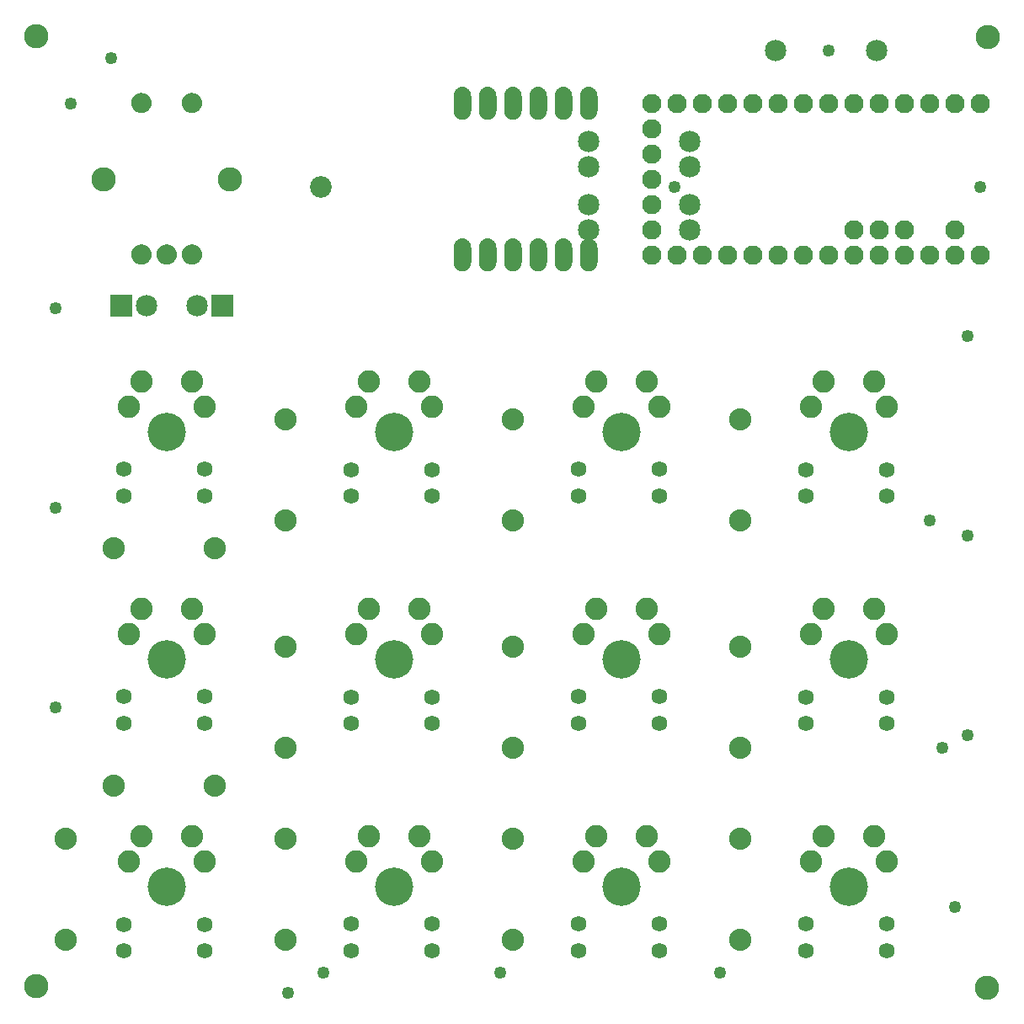
<source format=gbs>
G04 MADE WITH FRITZING*
G04 WWW.FRITZING.ORG*
G04 DOUBLE SIDED*
G04 HOLES PLATED*
G04 CONTOUR ON CENTER OF CONTOUR VECTOR*
%ASAXBY*%
%FSLAX23Y23*%
%MOIN*%
%OFA0B0*%
%SFA1.0B1.0*%
%ADD10C,0.049370*%
%ADD11C,0.076889*%
%ADD12C,0.085433*%
%ADD13C,0.085000*%
%ADD14C,0.096614*%
%ADD15C,0.151732*%
%ADD16C,0.088000*%
%ADD17C,0.062361*%
%ADD18C,0.088639*%
%ADD19C,0.068759*%
%ADD20R,0.085000X0.085000*%
%ADD21R,0.001000X0.001000*%
%LNMASK0*%
G90*
G70*
G54D10*
X2610Y3257D03*
G54D11*
X2520Y2987D03*
X2620Y2987D03*
X2720Y2987D03*
X2820Y2987D03*
X2920Y2987D03*
X3020Y2987D03*
X3120Y2987D03*
X3220Y2987D03*
X3320Y2987D03*
X3420Y2987D03*
X3520Y2987D03*
X3620Y2987D03*
X3720Y2987D03*
X3820Y2987D03*
X3720Y3087D03*
X3420Y3087D03*
X3520Y3087D03*
X2520Y3587D03*
X2620Y3587D03*
X2720Y3587D03*
X2820Y3587D03*
X2920Y3587D03*
X3020Y3587D03*
X3120Y3587D03*
X3220Y3587D03*
X3320Y3587D03*
X3420Y3587D03*
X3520Y3587D03*
X3620Y3587D03*
X3720Y3587D03*
X3820Y3587D03*
X3320Y3087D03*
X2520Y3387D03*
X2520Y3487D03*
X2520Y3287D03*
X2520Y3087D03*
X2520Y3187D03*
G54D10*
X3220Y3797D03*
X380Y3767D03*
X160Y2777D03*
G54D12*
X1210Y3257D03*
G54D13*
X3010Y3797D03*
X3410Y3797D03*
G54D14*
X3849Y3850D03*
X85Y3851D03*
X850Y3287D03*
X350Y3287D03*
G54D15*
X3300Y487D03*
X2400Y487D03*
X1500Y487D03*
X600Y487D03*
X3300Y1387D03*
X2400Y1387D03*
X1500Y1387D03*
X600Y1387D03*
X3300Y2287D03*
X2400Y2287D03*
X1500Y2287D03*
X600Y2287D03*
G54D14*
X85Y93D03*
X3847Y87D03*
G54D13*
X2270Y3087D03*
X2670Y3087D03*
X2270Y3437D03*
X2670Y3437D03*
X2270Y3337D03*
X2670Y3337D03*
X2270Y3187D03*
X2670Y3187D03*
G54D16*
X200Y677D03*
X200Y277D03*
X200Y677D03*
X200Y277D03*
X200Y677D03*
X200Y277D03*
X1070Y677D03*
X1070Y277D03*
X1070Y677D03*
X1070Y277D03*
X1070Y677D03*
X1070Y277D03*
X1970Y677D03*
X1970Y277D03*
X1970Y677D03*
X1970Y277D03*
X1970Y677D03*
X1970Y277D03*
X2870Y677D03*
X2870Y277D03*
X2870Y677D03*
X2870Y277D03*
X2870Y677D03*
X2870Y277D03*
X2870Y1437D03*
X2870Y1037D03*
X2870Y1437D03*
X2870Y1037D03*
X2870Y1437D03*
X2870Y1037D03*
X1970Y1437D03*
X1970Y1037D03*
X1970Y1437D03*
X1970Y1037D03*
X1970Y1437D03*
X1970Y1037D03*
X1070Y1437D03*
X1070Y1037D03*
X1070Y1437D03*
X1070Y1037D03*
X1070Y1437D03*
X1070Y1037D03*
X390Y887D03*
X790Y887D03*
X390Y887D03*
X790Y887D03*
X390Y887D03*
X790Y887D03*
X2870Y2337D03*
X2870Y1937D03*
X2870Y2337D03*
X2870Y1937D03*
X2870Y2337D03*
X2870Y1937D03*
X1970Y2337D03*
X1970Y1937D03*
X1970Y2337D03*
X1970Y1937D03*
X1970Y2337D03*
X1970Y1937D03*
X1070Y2337D03*
X1070Y1937D03*
X1070Y2337D03*
X1070Y1937D03*
X1070Y2337D03*
X1070Y1937D03*
X390Y1827D03*
X790Y1827D03*
X390Y1827D03*
X790Y1827D03*
X390Y1827D03*
X790Y1827D03*
G54D13*
X820Y2787D03*
X720Y2787D03*
X820Y2787D03*
X720Y2787D03*
X420Y2787D03*
X520Y2787D03*
X420Y2787D03*
X520Y2787D03*
G54D17*
X750Y1238D03*
X431Y1238D03*
X750Y1132D03*
X431Y1132D03*
G54D18*
X450Y1487D03*
X500Y1587D03*
X700Y1587D03*
X750Y1487D03*
G54D17*
X750Y337D03*
X431Y337D03*
X750Y231D03*
X431Y231D03*
G54D18*
X450Y586D03*
X500Y686D03*
X700Y686D03*
X750Y586D03*
G54D17*
X3450Y2137D03*
X3131Y2137D03*
X3450Y2031D03*
X3131Y2031D03*
G54D18*
X3150Y2386D03*
X3200Y2486D03*
X3400Y2486D03*
X3450Y2386D03*
G54D17*
X2550Y2138D03*
X2231Y2138D03*
X2550Y2032D03*
X2231Y2032D03*
G54D18*
X2250Y2387D03*
X2300Y2487D03*
X2500Y2487D03*
X2550Y2387D03*
G54D17*
X1650Y2137D03*
X1331Y2137D03*
X1650Y2031D03*
X1331Y2031D03*
G54D18*
X1350Y2386D03*
X1400Y2486D03*
X1600Y2486D03*
X1650Y2386D03*
G54D17*
X750Y2138D03*
X431Y2138D03*
X750Y2032D03*
X431Y2032D03*
G54D18*
X451Y2387D03*
X500Y2487D03*
X700Y2487D03*
X750Y2387D03*
G54D17*
X3450Y1237D03*
X3131Y1237D03*
X3450Y1131D03*
X3131Y1131D03*
G54D18*
X3150Y1486D03*
X3200Y1586D03*
X3400Y1586D03*
X3450Y1486D03*
G54D17*
X2550Y1238D03*
X2231Y1238D03*
X2550Y1132D03*
X2231Y1132D03*
G54D18*
X2250Y1487D03*
X2300Y1587D03*
X2500Y1587D03*
X2550Y1487D03*
G54D17*
X1650Y1237D03*
X1331Y1237D03*
X1650Y1131D03*
X1331Y1131D03*
G54D18*
X1350Y1486D03*
X1400Y1586D03*
X1600Y1586D03*
X1650Y1486D03*
G54D17*
X1650Y338D03*
X1331Y338D03*
X1650Y232D03*
X1331Y232D03*
G54D18*
X1351Y587D03*
X1401Y687D03*
X1600Y687D03*
X1650Y587D03*
G54D17*
X2550Y338D03*
X2231Y338D03*
X2550Y232D03*
X2231Y232D03*
G54D18*
X2251Y587D03*
X2300Y687D03*
X2500Y687D03*
X2550Y587D03*
G54D17*
X3450Y338D03*
X3131Y338D03*
X3450Y232D03*
X3131Y232D03*
G54D18*
X3150Y587D03*
X3200Y687D03*
X3400Y687D03*
X3450Y587D03*
G54D10*
X3670Y1037D03*
X3720Y407D03*
X3820Y3257D03*
G54D19*
X1770Y3586D03*
X1870Y3586D03*
X1970Y3586D03*
X2070Y3586D03*
X2170Y3586D03*
X2270Y3587D03*
X1770Y2986D03*
X1870Y2986D03*
X1970Y2986D03*
X2070Y2986D03*
X2170Y2986D03*
X2270Y2987D03*
G54D10*
X3620Y1937D03*
X160Y1987D03*
X160Y1197D03*
X2790Y147D03*
X1920Y147D03*
X1220Y147D03*
X3770Y1087D03*
X3770Y1877D03*
X3770Y2667D03*
X220Y3587D03*
X1080Y67D03*
G54D20*
X820Y2787D03*
X820Y2787D03*
X420Y2787D03*
X420Y2787D03*
G54D21*
X1770Y3651D02*
X1771Y3651D01*
X1870Y3651D02*
X1871Y3651D01*
X1970Y3651D02*
X1971Y3651D01*
X2070Y3651D02*
X2071Y3651D01*
X2170Y3651D02*
X2171Y3651D01*
X2269Y3651D02*
X2271Y3651D01*
X1762Y3650D02*
X1778Y3650D01*
X1862Y3650D02*
X1878Y3650D01*
X1962Y3650D02*
X1978Y3650D01*
X2062Y3650D02*
X2078Y3650D01*
X2162Y3650D02*
X2178Y3650D01*
X2262Y3650D02*
X2278Y3650D01*
X1759Y3649D02*
X1781Y3649D01*
X1859Y3649D02*
X1881Y3649D01*
X1959Y3649D02*
X1981Y3649D01*
X2059Y3649D02*
X2081Y3649D01*
X2159Y3649D02*
X2181Y3649D01*
X2259Y3649D02*
X2281Y3649D01*
X1757Y3648D02*
X1784Y3648D01*
X1857Y3648D02*
X1884Y3648D01*
X1957Y3648D02*
X1984Y3648D01*
X2057Y3648D02*
X2084Y3648D01*
X2157Y3648D02*
X2184Y3648D01*
X2256Y3648D02*
X2284Y3648D01*
X1754Y3647D02*
X1786Y3647D01*
X1854Y3647D02*
X1886Y3647D01*
X1954Y3647D02*
X1986Y3647D01*
X2054Y3647D02*
X2086Y3647D01*
X2154Y3647D02*
X2186Y3647D01*
X2254Y3647D02*
X2286Y3647D01*
X1753Y3646D02*
X1787Y3646D01*
X1853Y3646D02*
X1887Y3646D01*
X1953Y3646D02*
X1987Y3646D01*
X2053Y3646D02*
X2087Y3646D01*
X2153Y3646D02*
X2187Y3646D01*
X2253Y3646D02*
X2287Y3646D01*
X1751Y3645D02*
X1789Y3645D01*
X1851Y3645D02*
X1889Y3645D01*
X1951Y3645D02*
X1989Y3645D01*
X2051Y3645D02*
X2089Y3645D01*
X2151Y3645D02*
X2189Y3645D01*
X2251Y3645D02*
X2289Y3645D01*
X1750Y3644D02*
X1791Y3644D01*
X1850Y3644D02*
X1891Y3644D01*
X1950Y3644D02*
X1990Y3644D01*
X2050Y3644D02*
X2091Y3644D01*
X2150Y3644D02*
X2191Y3644D01*
X2250Y3644D02*
X2290Y3644D01*
X1748Y3643D02*
X1792Y3643D01*
X1848Y3643D02*
X1892Y3643D01*
X1948Y3643D02*
X1992Y3643D01*
X2048Y3643D02*
X2092Y3643D01*
X2148Y3643D02*
X2192Y3643D01*
X2248Y3643D02*
X2292Y3643D01*
X1747Y3642D02*
X1793Y3642D01*
X1847Y3642D02*
X1893Y3642D01*
X1947Y3642D02*
X1993Y3642D01*
X2047Y3642D02*
X2093Y3642D01*
X2147Y3642D02*
X2193Y3642D01*
X2247Y3642D02*
X2293Y3642D01*
X1746Y3641D02*
X1794Y3641D01*
X1846Y3641D02*
X1894Y3641D01*
X1946Y3641D02*
X1994Y3641D01*
X2046Y3641D02*
X2094Y3641D01*
X2146Y3641D02*
X2194Y3641D01*
X2246Y3641D02*
X2294Y3641D01*
X1745Y3640D02*
X1795Y3640D01*
X1845Y3640D02*
X1895Y3640D01*
X1945Y3640D02*
X1995Y3640D01*
X2045Y3640D02*
X2095Y3640D01*
X2145Y3640D02*
X2195Y3640D01*
X2245Y3640D02*
X2295Y3640D01*
X1744Y3639D02*
X1796Y3639D01*
X1844Y3639D02*
X1896Y3639D01*
X1944Y3639D02*
X1996Y3639D01*
X2044Y3639D02*
X2096Y3639D01*
X2144Y3639D02*
X2196Y3639D01*
X2244Y3639D02*
X2296Y3639D01*
X1743Y3638D02*
X1797Y3638D01*
X1843Y3638D02*
X1897Y3638D01*
X1943Y3638D02*
X1997Y3638D01*
X2043Y3638D02*
X2097Y3638D01*
X2143Y3638D02*
X2197Y3638D01*
X2243Y3638D02*
X2297Y3638D01*
X1743Y3637D02*
X1797Y3637D01*
X1843Y3637D02*
X1897Y3637D01*
X1943Y3637D02*
X1997Y3637D01*
X2043Y3637D02*
X2097Y3637D01*
X2143Y3637D02*
X2197Y3637D01*
X2243Y3637D02*
X2297Y3637D01*
X1742Y3636D02*
X1798Y3636D01*
X1842Y3636D02*
X1898Y3636D01*
X1942Y3636D02*
X1998Y3636D01*
X2042Y3636D02*
X2098Y3636D01*
X2142Y3636D02*
X2198Y3636D01*
X2242Y3636D02*
X2298Y3636D01*
X1741Y3635D02*
X1799Y3635D01*
X1841Y3635D02*
X1899Y3635D01*
X1941Y3635D02*
X1999Y3635D01*
X2041Y3635D02*
X2099Y3635D01*
X2141Y3635D02*
X2199Y3635D01*
X2241Y3635D02*
X2299Y3635D01*
X1741Y3634D02*
X1799Y3634D01*
X1841Y3634D02*
X1899Y3634D01*
X1941Y3634D02*
X1999Y3634D01*
X2041Y3634D02*
X2099Y3634D01*
X2141Y3634D02*
X2199Y3634D01*
X2241Y3634D02*
X2299Y3634D01*
X1740Y3633D02*
X1800Y3633D01*
X1840Y3633D02*
X1900Y3633D01*
X1940Y3633D02*
X2000Y3633D01*
X2040Y3633D02*
X2100Y3633D01*
X2140Y3633D02*
X2200Y3633D01*
X2240Y3633D02*
X2300Y3633D01*
X1740Y3632D02*
X1801Y3632D01*
X1840Y3632D02*
X1901Y3632D01*
X1940Y3632D02*
X2001Y3632D01*
X2040Y3632D02*
X2101Y3632D01*
X2140Y3632D02*
X2201Y3632D01*
X2239Y3632D02*
X2301Y3632D01*
X1739Y3631D02*
X1801Y3631D01*
X1839Y3631D02*
X1901Y3631D01*
X1939Y3631D02*
X2001Y3631D01*
X2039Y3631D02*
X2101Y3631D01*
X2139Y3631D02*
X2201Y3631D01*
X2239Y3631D02*
X2301Y3631D01*
X1739Y3630D02*
X1802Y3630D01*
X1839Y3630D02*
X1902Y3630D01*
X1939Y3630D02*
X2002Y3630D01*
X2039Y3630D02*
X2102Y3630D01*
X2139Y3630D02*
X2202Y3630D01*
X2239Y3630D02*
X2302Y3630D01*
X1738Y3629D02*
X1802Y3629D01*
X1838Y3629D02*
X1902Y3629D01*
X1938Y3629D02*
X2002Y3629D01*
X2038Y3629D02*
X2102Y3629D01*
X2138Y3629D02*
X2202Y3629D01*
X2238Y3629D02*
X2302Y3629D01*
X1738Y3628D02*
X1802Y3628D01*
X1838Y3628D02*
X1902Y3628D01*
X1938Y3628D02*
X2002Y3628D01*
X2038Y3628D02*
X2102Y3628D01*
X2138Y3628D02*
X2202Y3628D01*
X2238Y3628D02*
X2302Y3628D01*
X495Y3627D02*
X504Y3627D01*
X695Y3627D02*
X704Y3627D01*
X1737Y3627D02*
X1803Y3627D01*
X1837Y3627D02*
X1903Y3627D01*
X1937Y3627D02*
X2003Y3627D01*
X2037Y3627D02*
X2103Y3627D01*
X2137Y3627D02*
X2203Y3627D01*
X2237Y3627D02*
X2303Y3627D01*
X490Y3626D02*
X509Y3626D01*
X690Y3626D02*
X709Y3626D01*
X1737Y3626D02*
X1803Y3626D01*
X1837Y3626D02*
X1903Y3626D01*
X1937Y3626D02*
X2003Y3626D01*
X2037Y3626D02*
X2103Y3626D01*
X2137Y3626D02*
X2203Y3626D01*
X2237Y3626D02*
X2303Y3626D01*
X486Y3625D02*
X513Y3625D01*
X686Y3625D02*
X713Y3625D01*
X1737Y3625D02*
X1803Y3625D01*
X1837Y3625D02*
X1903Y3625D01*
X1937Y3625D02*
X2003Y3625D01*
X2037Y3625D02*
X2103Y3625D01*
X2137Y3625D02*
X2203Y3625D01*
X2237Y3625D02*
X2303Y3625D01*
X484Y3624D02*
X515Y3624D01*
X684Y3624D02*
X715Y3624D01*
X1737Y3624D02*
X1804Y3624D01*
X1837Y3624D02*
X1904Y3624D01*
X1937Y3624D02*
X2004Y3624D01*
X2037Y3624D02*
X2104Y3624D01*
X2137Y3624D02*
X2204Y3624D01*
X2237Y3624D02*
X2304Y3624D01*
X482Y3623D02*
X517Y3623D01*
X682Y3623D02*
X717Y3623D01*
X1736Y3623D02*
X1804Y3623D01*
X1836Y3623D02*
X1904Y3623D01*
X1936Y3623D02*
X2004Y3623D01*
X2036Y3623D02*
X2104Y3623D01*
X2136Y3623D02*
X2204Y3623D01*
X2236Y3623D02*
X2304Y3623D01*
X480Y3622D02*
X519Y3622D01*
X680Y3622D02*
X719Y3622D01*
X1736Y3622D02*
X1804Y3622D01*
X1836Y3622D02*
X1904Y3622D01*
X1936Y3622D02*
X2004Y3622D01*
X2036Y3622D02*
X2104Y3622D01*
X2136Y3622D02*
X2204Y3622D01*
X2236Y3622D02*
X2304Y3622D01*
X478Y3621D02*
X521Y3621D01*
X678Y3621D02*
X721Y3621D01*
X1736Y3621D02*
X1804Y3621D01*
X1836Y3621D02*
X1904Y3621D01*
X1936Y3621D02*
X2004Y3621D01*
X2036Y3621D02*
X2104Y3621D01*
X2136Y3621D02*
X2204Y3621D01*
X2236Y3621D02*
X2304Y3621D01*
X477Y3620D02*
X522Y3620D01*
X677Y3620D02*
X722Y3620D01*
X1736Y3620D02*
X1804Y3620D01*
X1836Y3620D02*
X1904Y3620D01*
X1936Y3620D02*
X2004Y3620D01*
X2036Y3620D02*
X2104Y3620D01*
X2136Y3620D02*
X2204Y3620D01*
X2236Y3620D02*
X2304Y3620D01*
X476Y3619D02*
X524Y3619D01*
X676Y3619D02*
X724Y3619D01*
X1736Y3619D02*
X1804Y3619D01*
X1836Y3619D02*
X1904Y3619D01*
X1936Y3619D02*
X2004Y3619D01*
X2036Y3619D02*
X2104Y3619D01*
X2136Y3619D02*
X2204Y3619D01*
X2236Y3619D02*
X2304Y3619D01*
X474Y3618D02*
X525Y3618D01*
X674Y3618D02*
X725Y3618D01*
X1736Y3618D02*
X1804Y3618D01*
X1836Y3618D02*
X1904Y3618D01*
X1936Y3618D02*
X2004Y3618D01*
X2036Y3618D02*
X2104Y3618D01*
X2136Y3618D02*
X2204Y3618D01*
X2236Y3618D02*
X2304Y3618D01*
X473Y3617D02*
X526Y3617D01*
X673Y3617D02*
X726Y3617D01*
X1736Y3617D02*
X1804Y3617D01*
X1836Y3617D02*
X1904Y3617D01*
X1936Y3617D02*
X2004Y3617D01*
X2036Y3617D02*
X2104Y3617D01*
X2136Y3617D02*
X2204Y3617D01*
X2236Y3617D02*
X2304Y3617D01*
X472Y3616D02*
X527Y3616D01*
X672Y3616D02*
X727Y3616D01*
X1736Y3616D02*
X1805Y3616D01*
X1836Y3616D02*
X1905Y3616D01*
X1936Y3616D02*
X2005Y3616D01*
X2036Y3616D02*
X2105Y3616D01*
X2136Y3616D02*
X2205Y3616D01*
X2236Y3616D02*
X2305Y3616D01*
X471Y3615D02*
X528Y3615D01*
X671Y3615D02*
X728Y3615D01*
X1736Y3615D02*
X1805Y3615D01*
X1836Y3615D02*
X1905Y3615D01*
X1936Y3615D02*
X2005Y3615D01*
X2036Y3615D02*
X2105Y3615D01*
X2136Y3615D02*
X2205Y3615D01*
X2236Y3615D02*
X2305Y3615D01*
X470Y3614D02*
X529Y3614D01*
X670Y3614D02*
X729Y3614D01*
X1736Y3614D02*
X1805Y3614D01*
X1836Y3614D02*
X1905Y3614D01*
X1936Y3614D02*
X2005Y3614D01*
X2036Y3614D02*
X2105Y3614D01*
X2136Y3614D02*
X2205Y3614D01*
X2236Y3614D02*
X2305Y3614D01*
X469Y3613D02*
X530Y3613D01*
X669Y3613D02*
X730Y3613D01*
X1736Y3613D02*
X1805Y3613D01*
X1836Y3613D02*
X1905Y3613D01*
X1936Y3613D02*
X2005Y3613D01*
X2036Y3613D02*
X2105Y3613D01*
X2136Y3613D02*
X2205Y3613D01*
X2236Y3613D02*
X2305Y3613D01*
X469Y3612D02*
X531Y3612D01*
X669Y3612D02*
X731Y3612D01*
X1736Y3612D02*
X1805Y3612D01*
X1836Y3612D02*
X1905Y3612D01*
X1936Y3612D02*
X2005Y3612D01*
X2036Y3612D02*
X2105Y3612D01*
X2136Y3612D02*
X2205Y3612D01*
X2236Y3612D02*
X2305Y3612D01*
X468Y3611D02*
X531Y3611D01*
X668Y3611D02*
X731Y3611D01*
X1736Y3611D02*
X1805Y3611D01*
X1836Y3611D02*
X1905Y3611D01*
X1936Y3611D02*
X2005Y3611D01*
X2036Y3611D02*
X2105Y3611D01*
X2136Y3611D02*
X2205Y3611D01*
X2236Y3611D02*
X2305Y3611D01*
X467Y3610D02*
X532Y3610D01*
X667Y3610D02*
X732Y3610D01*
X1736Y3610D02*
X1805Y3610D01*
X1836Y3610D02*
X1905Y3610D01*
X1936Y3610D02*
X2005Y3610D01*
X2036Y3610D02*
X2105Y3610D01*
X2136Y3610D02*
X2205Y3610D01*
X2236Y3610D02*
X2305Y3610D01*
X467Y3609D02*
X533Y3609D01*
X667Y3609D02*
X733Y3609D01*
X1736Y3609D02*
X1805Y3609D01*
X1836Y3609D02*
X1905Y3609D01*
X1936Y3609D02*
X2005Y3609D01*
X2036Y3609D02*
X2105Y3609D01*
X2136Y3609D02*
X2205Y3609D01*
X2236Y3609D02*
X2305Y3609D01*
X466Y3608D02*
X533Y3608D01*
X666Y3608D02*
X733Y3608D01*
X1736Y3608D02*
X1805Y3608D01*
X1836Y3608D02*
X1905Y3608D01*
X1936Y3608D02*
X2005Y3608D01*
X2036Y3608D02*
X2105Y3608D01*
X2136Y3608D02*
X2205Y3608D01*
X2236Y3608D02*
X2305Y3608D01*
X465Y3607D02*
X534Y3607D01*
X665Y3607D02*
X734Y3607D01*
X1736Y3607D02*
X1805Y3607D01*
X1836Y3607D02*
X1905Y3607D01*
X1936Y3607D02*
X2005Y3607D01*
X2036Y3607D02*
X2105Y3607D01*
X2136Y3607D02*
X2205Y3607D01*
X2236Y3607D02*
X2305Y3607D01*
X465Y3606D02*
X535Y3606D01*
X665Y3606D02*
X735Y3606D01*
X1736Y3606D02*
X1805Y3606D01*
X1836Y3606D02*
X1905Y3606D01*
X1936Y3606D02*
X2005Y3606D01*
X2036Y3606D02*
X2105Y3606D01*
X2136Y3606D02*
X2205Y3606D01*
X2236Y3606D02*
X2305Y3606D01*
X464Y3605D02*
X535Y3605D01*
X664Y3605D02*
X735Y3605D01*
X1736Y3605D02*
X1805Y3605D01*
X1836Y3605D02*
X1905Y3605D01*
X1936Y3605D02*
X2005Y3605D01*
X2036Y3605D02*
X2105Y3605D01*
X2136Y3605D02*
X2205Y3605D01*
X2236Y3605D02*
X2305Y3605D01*
X464Y3604D02*
X536Y3604D01*
X664Y3604D02*
X736Y3604D01*
X1736Y3604D02*
X1805Y3604D01*
X1836Y3604D02*
X1905Y3604D01*
X1936Y3604D02*
X2005Y3604D01*
X2036Y3604D02*
X2105Y3604D01*
X2136Y3604D02*
X2205Y3604D01*
X2236Y3604D02*
X2305Y3604D01*
X463Y3603D02*
X536Y3603D01*
X663Y3603D02*
X736Y3603D01*
X1736Y3603D02*
X1805Y3603D01*
X1836Y3603D02*
X1905Y3603D01*
X1936Y3603D02*
X2005Y3603D01*
X2036Y3603D02*
X2105Y3603D01*
X2136Y3603D02*
X2205Y3603D01*
X2236Y3603D02*
X2305Y3603D01*
X463Y3602D02*
X536Y3602D01*
X663Y3602D02*
X736Y3602D01*
X1736Y3602D02*
X1805Y3602D01*
X1836Y3602D02*
X1905Y3602D01*
X1936Y3602D02*
X2005Y3602D01*
X2036Y3602D02*
X2105Y3602D01*
X2136Y3602D02*
X2205Y3602D01*
X2236Y3602D02*
X2305Y3602D01*
X463Y3601D02*
X537Y3601D01*
X663Y3601D02*
X737Y3601D01*
X1736Y3601D02*
X1769Y3601D01*
X1771Y3601D02*
X1805Y3601D01*
X1836Y3601D02*
X1869Y3601D01*
X1871Y3601D02*
X1905Y3601D01*
X1936Y3601D02*
X1969Y3601D01*
X1971Y3601D02*
X2005Y3601D01*
X2036Y3601D02*
X2069Y3601D01*
X2071Y3601D02*
X2105Y3601D01*
X2136Y3601D02*
X2169Y3601D01*
X2171Y3601D02*
X2205Y3601D01*
X2236Y3601D02*
X2269Y3601D01*
X2271Y3601D02*
X2305Y3601D01*
X462Y3600D02*
X537Y3600D01*
X662Y3600D02*
X737Y3600D01*
X1736Y3600D02*
X1764Y3600D01*
X1776Y3600D02*
X1805Y3600D01*
X1836Y3600D02*
X1864Y3600D01*
X1876Y3600D02*
X1905Y3600D01*
X1936Y3600D02*
X1964Y3600D01*
X1976Y3600D02*
X2005Y3600D01*
X2036Y3600D02*
X2064Y3600D01*
X2076Y3600D02*
X2105Y3600D01*
X2136Y3600D02*
X2164Y3600D01*
X2176Y3600D02*
X2205Y3600D01*
X2236Y3600D02*
X2264Y3600D01*
X2276Y3600D02*
X2305Y3600D01*
X462Y3599D02*
X537Y3599D01*
X662Y3599D02*
X737Y3599D01*
X1736Y3599D02*
X1762Y3599D01*
X1778Y3599D02*
X1805Y3599D01*
X1836Y3599D02*
X1862Y3599D01*
X1878Y3599D02*
X1905Y3599D01*
X1936Y3599D02*
X1962Y3599D01*
X1978Y3599D02*
X2005Y3599D01*
X2036Y3599D02*
X2062Y3599D01*
X2078Y3599D02*
X2105Y3599D01*
X2136Y3599D02*
X2162Y3599D01*
X2178Y3599D02*
X2205Y3599D01*
X2236Y3599D02*
X2262Y3599D01*
X2278Y3599D02*
X2305Y3599D01*
X462Y3598D02*
X538Y3598D01*
X662Y3598D02*
X738Y3598D01*
X1736Y3598D02*
X1761Y3598D01*
X1780Y3598D02*
X1805Y3598D01*
X1836Y3598D02*
X1861Y3598D01*
X1880Y3598D02*
X1905Y3598D01*
X1936Y3598D02*
X1961Y3598D01*
X1980Y3598D02*
X2005Y3598D01*
X2036Y3598D02*
X2061Y3598D01*
X2080Y3598D02*
X2105Y3598D01*
X2136Y3598D02*
X2161Y3598D01*
X2180Y3598D02*
X2205Y3598D01*
X2236Y3598D02*
X2260Y3598D01*
X2280Y3598D02*
X2305Y3598D01*
X461Y3597D02*
X538Y3597D01*
X661Y3597D02*
X738Y3597D01*
X1736Y3597D02*
X1759Y3597D01*
X1781Y3597D02*
X1805Y3597D01*
X1836Y3597D02*
X1859Y3597D01*
X1881Y3597D02*
X1905Y3597D01*
X1936Y3597D02*
X1959Y3597D01*
X1981Y3597D02*
X2005Y3597D01*
X2036Y3597D02*
X2059Y3597D01*
X2081Y3597D02*
X2105Y3597D01*
X2136Y3597D02*
X2159Y3597D01*
X2181Y3597D02*
X2205Y3597D01*
X2236Y3597D02*
X2259Y3597D01*
X2281Y3597D02*
X2305Y3597D01*
X461Y3596D02*
X538Y3596D01*
X661Y3596D02*
X738Y3596D01*
X1736Y3596D02*
X1758Y3596D01*
X1782Y3596D02*
X1805Y3596D01*
X1836Y3596D02*
X1858Y3596D01*
X1882Y3596D02*
X1905Y3596D01*
X1936Y3596D02*
X1958Y3596D01*
X1982Y3596D02*
X2005Y3596D01*
X2036Y3596D02*
X2058Y3596D01*
X2082Y3596D02*
X2105Y3596D01*
X2136Y3596D02*
X2158Y3596D01*
X2182Y3596D02*
X2205Y3596D01*
X2236Y3596D02*
X2258Y3596D01*
X2282Y3596D02*
X2305Y3596D01*
X461Y3595D02*
X538Y3595D01*
X661Y3595D02*
X738Y3595D01*
X1736Y3595D02*
X1758Y3595D01*
X1783Y3595D02*
X1805Y3595D01*
X1836Y3595D02*
X1858Y3595D01*
X1883Y3595D02*
X1905Y3595D01*
X1936Y3595D02*
X1958Y3595D01*
X1983Y3595D02*
X2005Y3595D01*
X2036Y3595D02*
X2058Y3595D01*
X2083Y3595D02*
X2105Y3595D01*
X2136Y3595D02*
X2158Y3595D01*
X2183Y3595D02*
X2205Y3595D01*
X2236Y3595D02*
X2258Y3595D01*
X2283Y3595D02*
X2305Y3595D01*
X461Y3594D02*
X538Y3594D01*
X661Y3594D02*
X738Y3594D01*
X1736Y3594D02*
X1757Y3594D01*
X1783Y3594D02*
X1805Y3594D01*
X1836Y3594D02*
X1857Y3594D01*
X1883Y3594D02*
X1905Y3594D01*
X1936Y3594D02*
X1957Y3594D01*
X1983Y3594D02*
X2005Y3594D01*
X2036Y3594D02*
X2057Y3594D01*
X2083Y3594D02*
X2105Y3594D01*
X2136Y3594D02*
X2157Y3594D01*
X2183Y3594D02*
X2205Y3594D01*
X2236Y3594D02*
X2257Y3594D01*
X2283Y3594D02*
X2305Y3594D01*
X461Y3593D02*
X539Y3593D01*
X661Y3593D02*
X739Y3593D01*
X1736Y3593D02*
X1756Y3593D01*
X1784Y3593D02*
X1805Y3593D01*
X1836Y3593D02*
X1856Y3593D01*
X1884Y3593D02*
X1905Y3593D01*
X1936Y3593D02*
X1956Y3593D01*
X1984Y3593D02*
X2005Y3593D01*
X2036Y3593D02*
X2056Y3593D01*
X2084Y3593D02*
X2105Y3593D01*
X2136Y3593D02*
X2156Y3593D01*
X2184Y3593D02*
X2205Y3593D01*
X2236Y3593D02*
X2256Y3593D01*
X2284Y3593D02*
X2305Y3593D01*
X460Y3592D02*
X539Y3592D01*
X660Y3592D02*
X739Y3592D01*
X1736Y3592D02*
X1756Y3592D01*
X1784Y3592D02*
X1805Y3592D01*
X1836Y3592D02*
X1856Y3592D01*
X1884Y3592D02*
X1905Y3592D01*
X1936Y3592D02*
X1956Y3592D01*
X1984Y3592D02*
X2005Y3592D01*
X2036Y3592D02*
X2056Y3592D01*
X2084Y3592D02*
X2105Y3592D01*
X2136Y3592D02*
X2156Y3592D01*
X2184Y3592D02*
X2205Y3592D01*
X2236Y3592D02*
X2256Y3592D01*
X2284Y3592D02*
X2305Y3592D01*
X460Y3591D02*
X539Y3591D01*
X660Y3591D02*
X739Y3591D01*
X1736Y3591D02*
X1755Y3591D01*
X1785Y3591D02*
X1805Y3591D01*
X1836Y3591D02*
X1855Y3591D01*
X1885Y3591D02*
X1905Y3591D01*
X1936Y3591D02*
X1955Y3591D01*
X1985Y3591D02*
X2005Y3591D01*
X2036Y3591D02*
X2055Y3591D01*
X2085Y3591D02*
X2105Y3591D01*
X2136Y3591D02*
X2155Y3591D01*
X2185Y3591D02*
X2205Y3591D01*
X2236Y3591D02*
X2255Y3591D01*
X2285Y3591D02*
X2305Y3591D01*
X460Y3590D02*
X539Y3590D01*
X660Y3590D02*
X739Y3590D01*
X1736Y3590D02*
X1755Y3590D01*
X1785Y3590D02*
X1805Y3590D01*
X1836Y3590D02*
X1855Y3590D01*
X1885Y3590D02*
X1905Y3590D01*
X1936Y3590D02*
X1955Y3590D01*
X1985Y3590D02*
X2005Y3590D01*
X2036Y3590D02*
X2055Y3590D01*
X2085Y3590D02*
X2105Y3590D01*
X2136Y3590D02*
X2155Y3590D01*
X2185Y3590D02*
X2205Y3590D01*
X2236Y3590D02*
X2255Y3590D01*
X2285Y3590D02*
X2305Y3590D01*
X460Y3589D02*
X539Y3589D01*
X660Y3589D02*
X739Y3589D01*
X1736Y3589D02*
X1755Y3589D01*
X1785Y3589D02*
X1805Y3589D01*
X1836Y3589D02*
X1855Y3589D01*
X1885Y3589D02*
X1905Y3589D01*
X1936Y3589D02*
X1955Y3589D01*
X1985Y3589D02*
X2005Y3589D01*
X2036Y3589D02*
X2055Y3589D01*
X2085Y3589D02*
X2105Y3589D01*
X2136Y3589D02*
X2155Y3589D01*
X2185Y3589D02*
X2205Y3589D01*
X2236Y3589D02*
X2255Y3589D01*
X2285Y3589D02*
X2305Y3589D01*
X460Y3588D02*
X539Y3588D01*
X660Y3588D02*
X739Y3588D01*
X1736Y3588D02*
X1755Y3588D01*
X1785Y3588D02*
X1805Y3588D01*
X1836Y3588D02*
X1855Y3588D01*
X1885Y3588D02*
X1905Y3588D01*
X1936Y3588D02*
X1955Y3588D01*
X1985Y3588D02*
X2005Y3588D01*
X2036Y3588D02*
X2055Y3588D01*
X2085Y3588D02*
X2105Y3588D01*
X2136Y3588D02*
X2155Y3588D01*
X2185Y3588D02*
X2205Y3588D01*
X2236Y3588D02*
X2255Y3588D01*
X2285Y3588D02*
X2305Y3588D01*
X460Y3587D02*
X539Y3587D01*
X660Y3587D02*
X739Y3587D01*
X1736Y3587D02*
X1755Y3587D01*
X1785Y3587D02*
X1805Y3587D01*
X1836Y3587D02*
X1855Y3587D01*
X1885Y3587D02*
X1905Y3587D01*
X1936Y3587D02*
X1955Y3587D01*
X1985Y3587D02*
X2005Y3587D01*
X2036Y3587D02*
X2055Y3587D01*
X2085Y3587D02*
X2105Y3587D01*
X2136Y3587D02*
X2155Y3587D01*
X2185Y3587D02*
X2205Y3587D01*
X2236Y3587D02*
X2255Y3587D01*
X2285Y3587D02*
X2305Y3587D01*
X460Y3586D02*
X539Y3586D01*
X660Y3586D02*
X739Y3586D01*
X1736Y3586D02*
X1755Y3586D01*
X1786Y3586D02*
X1805Y3586D01*
X1836Y3586D02*
X1855Y3586D01*
X1886Y3586D02*
X1905Y3586D01*
X1936Y3586D02*
X1955Y3586D01*
X1986Y3586D02*
X2005Y3586D01*
X2036Y3586D02*
X2055Y3586D01*
X2086Y3586D02*
X2105Y3586D01*
X2136Y3586D02*
X2155Y3586D01*
X2186Y3586D02*
X2205Y3586D01*
X2236Y3586D02*
X2255Y3586D01*
X2286Y3586D02*
X2305Y3586D01*
X460Y3585D02*
X539Y3585D01*
X660Y3585D02*
X739Y3585D01*
X1736Y3585D02*
X1755Y3585D01*
X1785Y3585D02*
X1805Y3585D01*
X1836Y3585D02*
X1855Y3585D01*
X1885Y3585D02*
X1905Y3585D01*
X1936Y3585D02*
X1955Y3585D01*
X1985Y3585D02*
X2005Y3585D01*
X2036Y3585D02*
X2055Y3585D01*
X2085Y3585D02*
X2105Y3585D01*
X2136Y3585D02*
X2155Y3585D01*
X2185Y3585D02*
X2205Y3585D01*
X2236Y3585D02*
X2255Y3585D01*
X2285Y3585D02*
X2305Y3585D01*
X460Y3584D02*
X539Y3584D01*
X660Y3584D02*
X739Y3584D01*
X1736Y3584D02*
X1755Y3584D01*
X1785Y3584D02*
X1805Y3584D01*
X1836Y3584D02*
X1855Y3584D01*
X1885Y3584D02*
X1905Y3584D01*
X1936Y3584D02*
X1955Y3584D01*
X1985Y3584D02*
X2005Y3584D01*
X2036Y3584D02*
X2055Y3584D01*
X2085Y3584D02*
X2105Y3584D01*
X2136Y3584D02*
X2155Y3584D01*
X2185Y3584D02*
X2205Y3584D01*
X2236Y3584D02*
X2255Y3584D01*
X2285Y3584D02*
X2305Y3584D01*
X460Y3583D02*
X539Y3583D01*
X660Y3583D02*
X739Y3583D01*
X1736Y3583D02*
X1755Y3583D01*
X1785Y3583D02*
X1805Y3583D01*
X1836Y3583D02*
X1855Y3583D01*
X1885Y3583D02*
X1905Y3583D01*
X1936Y3583D02*
X1955Y3583D01*
X1985Y3583D02*
X2005Y3583D01*
X2036Y3583D02*
X2055Y3583D01*
X2085Y3583D02*
X2105Y3583D01*
X2136Y3583D02*
X2155Y3583D01*
X2185Y3583D02*
X2205Y3583D01*
X2236Y3583D02*
X2255Y3583D01*
X2285Y3583D02*
X2305Y3583D01*
X461Y3582D02*
X539Y3582D01*
X661Y3582D02*
X739Y3582D01*
X1736Y3582D02*
X1755Y3582D01*
X1785Y3582D02*
X1805Y3582D01*
X1836Y3582D02*
X1855Y3582D01*
X1885Y3582D02*
X1905Y3582D01*
X1936Y3582D02*
X1955Y3582D01*
X1985Y3582D02*
X2005Y3582D01*
X2036Y3582D02*
X2055Y3582D01*
X2085Y3582D02*
X2105Y3582D01*
X2136Y3582D02*
X2155Y3582D01*
X2185Y3582D02*
X2205Y3582D01*
X2236Y3582D02*
X2255Y3582D01*
X2285Y3582D02*
X2305Y3582D01*
X461Y3581D02*
X538Y3581D01*
X661Y3581D02*
X738Y3581D01*
X1736Y3581D02*
X1755Y3581D01*
X1785Y3581D02*
X1805Y3581D01*
X1836Y3581D02*
X1855Y3581D01*
X1885Y3581D02*
X1905Y3581D01*
X1936Y3581D02*
X1955Y3581D01*
X1985Y3581D02*
X2005Y3581D01*
X2036Y3581D02*
X2055Y3581D01*
X2085Y3581D02*
X2105Y3581D01*
X2136Y3581D02*
X2155Y3581D01*
X2185Y3581D02*
X2205Y3581D01*
X2236Y3581D02*
X2255Y3581D01*
X2285Y3581D02*
X2305Y3581D01*
X461Y3580D02*
X538Y3580D01*
X661Y3580D02*
X738Y3580D01*
X1736Y3580D02*
X1756Y3580D01*
X1784Y3580D02*
X1805Y3580D01*
X1836Y3580D02*
X1856Y3580D01*
X1884Y3580D02*
X1905Y3580D01*
X1936Y3580D02*
X1956Y3580D01*
X1984Y3580D02*
X2005Y3580D01*
X2036Y3580D02*
X2056Y3580D01*
X2084Y3580D02*
X2105Y3580D01*
X2136Y3580D02*
X2156Y3580D01*
X2184Y3580D02*
X2205Y3580D01*
X2236Y3580D02*
X2256Y3580D01*
X2284Y3580D02*
X2305Y3580D01*
X461Y3579D02*
X538Y3579D01*
X661Y3579D02*
X738Y3579D01*
X1736Y3579D02*
X1756Y3579D01*
X1784Y3579D02*
X1805Y3579D01*
X1836Y3579D02*
X1856Y3579D01*
X1884Y3579D02*
X1905Y3579D01*
X1936Y3579D02*
X1956Y3579D01*
X1984Y3579D02*
X2005Y3579D01*
X2036Y3579D02*
X2056Y3579D01*
X2084Y3579D02*
X2105Y3579D01*
X2136Y3579D02*
X2156Y3579D01*
X2184Y3579D02*
X2205Y3579D01*
X2236Y3579D02*
X2256Y3579D01*
X2284Y3579D02*
X2305Y3579D01*
X461Y3578D02*
X538Y3578D01*
X661Y3578D02*
X738Y3578D01*
X1736Y3578D02*
X1757Y3578D01*
X1783Y3578D02*
X1805Y3578D01*
X1836Y3578D02*
X1857Y3578D01*
X1883Y3578D02*
X1905Y3578D01*
X1936Y3578D02*
X1957Y3578D01*
X1983Y3578D02*
X2005Y3578D01*
X2036Y3578D02*
X2057Y3578D01*
X2083Y3578D02*
X2105Y3578D01*
X2136Y3578D02*
X2157Y3578D01*
X2183Y3578D02*
X2205Y3578D01*
X2236Y3578D02*
X2257Y3578D01*
X2283Y3578D02*
X2305Y3578D01*
X462Y3577D02*
X538Y3577D01*
X662Y3577D02*
X738Y3577D01*
X1736Y3577D02*
X1758Y3577D01*
X1782Y3577D02*
X1805Y3577D01*
X1836Y3577D02*
X1858Y3577D01*
X1882Y3577D02*
X1905Y3577D01*
X1936Y3577D02*
X1958Y3577D01*
X1982Y3577D02*
X2005Y3577D01*
X2036Y3577D02*
X2058Y3577D01*
X2082Y3577D02*
X2105Y3577D01*
X2136Y3577D02*
X2158Y3577D01*
X2182Y3577D02*
X2205Y3577D01*
X2236Y3577D02*
X2258Y3577D01*
X2282Y3577D02*
X2305Y3577D01*
X462Y3576D02*
X537Y3576D01*
X662Y3576D02*
X737Y3576D01*
X1736Y3576D02*
X1758Y3576D01*
X1782Y3576D02*
X1805Y3576D01*
X1836Y3576D02*
X1858Y3576D01*
X1882Y3576D02*
X1905Y3576D01*
X1936Y3576D02*
X1958Y3576D01*
X1982Y3576D02*
X2005Y3576D01*
X2036Y3576D02*
X2058Y3576D01*
X2082Y3576D02*
X2105Y3576D01*
X2136Y3576D02*
X2158Y3576D01*
X2182Y3576D02*
X2205Y3576D01*
X2236Y3576D02*
X2258Y3576D01*
X2282Y3576D02*
X2305Y3576D01*
X462Y3575D02*
X537Y3575D01*
X662Y3575D02*
X737Y3575D01*
X1736Y3575D02*
X1759Y3575D01*
X1781Y3575D02*
X1805Y3575D01*
X1836Y3575D02*
X1859Y3575D01*
X1881Y3575D02*
X1905Y3575D01*
X1936Y3575D02*
X1959Y3575D01*
X1981Y3575D02*
X2005Y3575D01*
X2036Y3575D02*
X2059Y3575D01*
X2081Y3575D02*
X2105Y3575D01*
X2136Y3575D02*
X2159Y3575D01*
X2181Y3575D02*
X2205Y3575D01*
X2236Y3575D02*
X2259Y3575D01*
X2281Y3575D02*
X2305Y3575D01*
X463Y3574D02*
X537Y3574D01*
X663Y3574D02*
X737Y3574D01*
X1736Y3574D02*
X1761Y3574D01*
X1779Y3574D02*
X1805Y3574D01*
X1836Y3574D02*
X1861Y3574D01*
X1879Y3574D02*
X1905Y3574D01*
X1936Y3574D02*
X1961Y3574D01*
X1979Y3574D02*
X2005Y3574D01*
X2036Y3574D02*
X2061Y3574D01*
X2079Y3574D02*
X2105Y3574D01*
X2136Y3574D02*
X2161Y3574D01*
X2179Y3574D02*
X2205Y3574D01*
X2236Y3574D02*
X2261Y3574D01*
X2279Y3574D02*
X2305Y3574D01*
X463Y3573D02*
X536Y3573D01*
X663Y3573D02*
X736Y3573D01*
X1736Y3573D02*
X1762Y3573D01*
X1778Y3573D02*
X1805Y3573D01*
X1836Y3573D02*
X1862Y3573D01*
X1878Y3573D02*
X1905Y3573D01*
X1936Y3573D02*
X1962Y3573D01*
X1978Y3573D02*
X2005Y3573D01*
X2036Y3573D02*
X2062Y3573D01*
X2078Y3573D02*
X2105Y3573D01*
X2136Y3573D02*
X2162Y3573D01*
X2178Y3573D02*
X2205Y3573D01*
X2236Y3573D02*
X2262Y3573D01*
X2278Y3573D02*
X2305Y3573D01*
X463Y3572D02*
X536Y3572D01*
X663Y3572D02*
X736Y3572D01*
X1736Y3572D02*
X1764Y3572D01*
X1776Y3572D02*
X1805Y3572D01*
X1836Y3572D02*
X1864Y3572D01*
X1876Y3572D02*
X1905Y3572D01*
X1936Y3572D02*
X1964Y3572D01*
X1976Y3572D02*
X2005Y3572D01*
X2036Y3572D02*
X2064Y3572D01*
X2076Y3572D02*
X2105Y3572D01*
X2136Y3572D02*
X2164Y3572D01*
X2176Y3572D02*
X2205Y3572D01*
X2236Y3572D02*
X2264Y3572D01*
X2276Y3572D02*
X2305Y3572D01*
X464Y3571D02*
X536Y3571D01*
X664Y3571D02*
X736Y3571D01*
X1736Y3571D02*
X1805Y3571D01*
X1836Y3571D02*
X1905Y3571D01*
X1936Y3571D02*
X2005Y3571D01*
X2036Y3571D02*
X2105Y3571D01*
X2136Y3571D02*
X2205Y3571D01*
X2236Y3571D02*
X2305Y3571D01*
X464Y3570D02*
X535Y3570D01*
X664Y3570D02*
X735Y3570D01*
X1736Y3570D02*
X1805Y3570D01*
X1836Y3570D02*
X1905Y3570D01*
X1936Y3570D02*
X2005Y3570D01*
X2036Y3570D02*
X2105Y3570D01*
X2136Y3570D02*
X2205Y3570D01*
X2236Y3570D02*
X2305Y3570D01*
X465Y3569D02*
X535Y3569D01*
X665Y3569D02*
X735Y3569D01*
X1736Y3569D02*
X1805Y3569D01*
X1836Y3569D02*
X1905Y3569D01*
X1936Y3569D02*
X2005Y3569D01*
X2036Y3569D02*
X2105Y3569D01*
X2136Y3569D02*
X2205Y3569D01*
X2236Y3569D02*
X2305Y3569D01*
X465Y3568D02*
X534Y3568D01*
X665Y3568D02*
X734Y3568D01*
X1736Y3568D02*
X1805Y3568D01*
X1836Y3568D02*
X1905Y3568D01*
X1936Y3568D02*
X2005Y3568D01*
X2036Y3568D02*
X2105Y3568D01*
X2136Y3568D02*
X2205Y3568D01*
X2236Y3568D02*
X2305Y3568D01*
X466Y3567D02*
X533Y3567D01*
X666Y3567D02*
X733Y3567D01*
X1736Y3567D02*
X1805Y3567D01*
X1836Y3567D02*
X1905Y3567D01*
X1936Y3567D02*
X2005Y3567D01*
X2036Y3567D02*
X2105Y3567D01*
X2136Y3567D02*
X2205Y3567D01*
X2236Y3567D02*
X2305Y3567D01*
X466Y3566D02*
X533Y3566D01*
X666Y3566D02*
X733Y3566D01*
X1736Y3566D02*
X1805Y3566D01*
X1836Y3566D02*
X1905Y3566D01*
X1936Y3566D02*
X2005Y3566D01*
X2036Y3566D02*
X2105Y3566D01*
X2136Y3566D02*
X2205Y3566D01*
X2236Y3566D02*
X2305Y3566D01*
X467Y3565D02*
X532Y3565D01*
X667Y3565D02*
X732Y3565D01*
X1736Y3565D02*
X1805Y3565D01*
X1836Y3565D02*
X1905Y3565D01*
X1936Y3565D02*
X2005Y3565D01*
X2036Y3565D02*
X2105Y3565D01*
X2136Y3565D02*
X2205Y3565D01*
X2236Y3565D02*
X2305Y3565D01*
X468Y3564D02*
X531Y3564D01*
X668Y3564D02*
X731Y3564D01*
X1736Y3564D02*
X1805Y3564D01*
X1836Y3564D02*
X1905Y3564D01*
X1936Y3564D02*
X2005Y3564D01*
X2036Y3564D02*
X2105Y3564D01*
X2136Y3564D02*
X2205Y3564D01*
X2236Y3564D02*
X2305Y3564D01*
X469Y3563D02*
X531Y3563D01*
X669Y3563D02*
X731Y3563D01*
X1736Y3563D02*
X1805Y3563D01*
X1836Y3563D02*
X1905Y3563D01*
X1936Y3563D02*
X2005Y3563D01*
X2036Y3563D02*
X2105Y3563D01*
X2136Y3563D02*
X2205Y3563D01*
X2236Y3563D02*
X2305Y3563D01*
X469Y3562D02*
X530Y3562D01*
X669Y3562D02*
X730Y3562D01*
X1736Y3562D02*
X1805Y3562D01*
X1836Y3562D02*
X1905Y3562D01*
X1936Y3562D02*
X2005Y3562D01*
X2036Y3562D02*
X2105Y3562D01*
X2136Y3562D02*
X2205Y3562D01*
X2236Y3562D02*
X2305Y3562D01*
X470Y3561D02*
X529Y3561D01*
X670Y3561D02*
X729Y3561D01*
X1736Y3561D02*
X1805Y3561D01*
X1836Y3561D02*
X1905Y3561D01*
X1936Y3561D02*
X2005Y3561D01*
X2036Y3561D02*
X2105Y3561D01*
X2136Y3561D02*
X2205Y3561D01*
X2236Y3561D02*
X2305Y3561D01*
X471Y3560D02*
X528Y3560D01*
X671Y3560D02*
X728Y3560D01*
X1736Y3560D02*
X1805Y3560D01*
X1836Y3560D02*
X1905Y3560D01*
X1936Y3560D02*
X2005Y3560D01*
X2036Y3560D02*
X2105Y3560D01*
X2136Y3560D02*
X2205Y3560D01*
X2236Y3560D02*
X2305Y3560D01*
X472Y3559D02*
X527Y3559D01*
X672Y3559D02*
X727Y3559D01*
X1736Y3559D02*
X1805Y3559D01*
X1836Y3559D02*
X1905Y3559D01*
X1936Y3559D02*
X2005Y3559D01*
X2036Y3559D02*
X2105Y3559D01*
X2136Y3559D02*
X2205Y3559D01*
X2236Y3559D02*
X2305Y3559D01*
X473Y3558D02*
X526Y3558D01*
X673Y3558D02*
X726Y3558D01*
X1736Y3558D02*
X1805Y3558D01*
X1836Y3558D02*
X1905Y3558D01*
X1936Y3558D02*
X2005Y3558D01*
X2036Y3558D02*
X2105Y3558D01*
X2136Y3558D02*
X2205Y3558D01*
X2236Y3558D02*
X2305Y3558D01*
X474Y3557D02*
X525Y3557D01*
X674Y3557D02*
X725Y3557D01*
X1736Y3557D02*
X1805Y3557D01*
X1836Y3557D02*
X1905Y3557D01*
X1936Y3557D02*
X2005Y3557D01*
X2036Y3557D02*
X2105Y3557D01*
X2136Y3557D02*
X2205Y3557D01*
X2236Y3557D02*
X2305Y3557D01*
X476Y3556D02*
X524Y3556D01*
X676Y3556D02*
X724Y3556D01*
X1736Y3556D02*
X1805Y3556D01*
X1836Y3556D02*
X1905Y3556D01*
X1936Y3556D02*
X2005Y3556D01*
X2036Y3556D02*
X2105Y3556D01*
X2136Y3556D02*
X2205Y3556D01*
X2236Y3556D02*
X2305Y3556D01*
X477Y3555D02*
X522Y3555D01*
X677Y3555D02*
X722Y3555D01*
X1736Y3555D02*
X1804Y3555D01*
X1836Y3555D02*
X1904Y3555D01*
X1936Y3555D02*
X2004Y3555D01*
X2036Y3555D02*
X2104Y3555D01*
X2136Y3555D02*
X2204Y3555D01*
X2236Y3555D02*
X2304Y3555D01*
X478Y3554D02*
X521Y3554D01*
X678Y3554D02*
X721Y3554D01*
X1736Y3554D02*
X1804Y3554D01*
X1836Y3554D02*
X1904Y3554D01*
X1936Y3554D02*
X2004Y3554D01*
X2036Y3554D02*
X2104Y3554D01*
X2136Y3554D02*
X2204Y3554D01*
X2236Y3554D02*
X2304Y3554D01*
X480Y3553D02*
X519Y3553D01*
X680Y3553D02*
X719Y3553D01*
X1736Y3553D02*
X1804Y3553D01*
X1836Y3553D02*
X1904Y3553D01*
X1936Y3553D02*
X2004Y3553D01*
X2036Y3553D02*
X2104Y3553D01*
X2136Y3553D02*
X2204Y3553D01*
X2236Y3553D02*
X2304Y3553D01*
X482Y3552D02*
X518Y3552D01*
X682Y3552D02*
X718Y3552D01*
X1736Y3552D02*
X1804Y3552D01*
X1836Y3552D02*
X1904Y3552D01*
X1936Y3552D02*
X2004Y3552D01*
X2036Y3552D02*
X2104Y3552D01*
X2136Y3552D02*
X2204Y3552D01*
X2236Y3552D02*
X2304Y3552D01*
X484Y3551D02*
X515Y3551D01*
X684Y3551D02*
X715Y3551D01*
X1736Y3551D02*
X1804Y3551D01*
X1836Y3551D02*
X1904Y3551D01*
X1936Y3551D02*
X2004Y3551D01*
X2036Y3551D02*
X2104Y3551D01*
X2136Y3551D02*
X2204Y3551D01*
X2236Y3551D02*
X2304Y3551D01*
X486Y3550D02*
X513Y3550D01*
X686Y3550D02*
X713Y3550D01*
X1736Y3550D02*
X1804Y3550D01*
X1836Y3550D02*
X1904Y3550D01*
X1936Y3550D02*
X2004Y3550D01*
X2036Y3550D02*
X2104Y3550D01*
X2136Y3550D02*
X2204Y3550D01*
X2236Y3550D02*
X2304Y3550D01*
X489Y3549D02*
X510Y3549D01*
X689Y3549D02*
X710Y3549D01*
X1736Y3549D02*
X1804Y3549D01*
X1836Y3549D02*
X1904Y3549D01*
X1936Y3549D02*
X2004Y3549D01*
X2036Y3549D02*
X2104Y3549D01*
X2136Y3549D02*
X2204Y3549D01*
X2236Y3549D02*
X2304Y3549D01*
X494Y3548D02*
X505Y3548D01*
X694Y3548D02*
X705Y3548D01*
X1737Y3548D02*
X1804Y3548D01*
X1837Y3548D02*
X1904Y3548D01*
X1937Y3548D02*
X2004Y3548D01*
X2037Y3548D02*
X2104Y3548D01*
X2137Y3548D02*
X2204Y3548D01*
X2237Y3548D02*
X2303Y3548D01*
X1737Y3547D02*
X1803Y3547D01*
X1837Y3547D02*
X1903Y3547D01*
X1937Y3547D02*
X2003Y3547D01*
X2037Y3547D02*
X2103Y3547D01*
X2137Y3547D02*
X2203Y3547D01*
X2237Y3547D02*
X2303Y3547D01*
X1737Y3546D02*
X1803Y3546D01*
X1837Y3546D02*
X1903Y3546D01*
X1937Y3546D02*
X2003Y3546D01*
X2037Y3546D02*
X2103Y3546D01*
X2137Y3546D02*
X2203Y3546D01*
X2237Y3546D02*
X2303Y3546D01*
X1737Y3545D02*
X1803Y3545D01*
X1837Y3545D02*
X1903Y3545D01*
X1937Y3545D02*
X2003Y3545D01*
X2037Y3545D02*
X2103Y3545D01*
X2137Y3545D02*
X2203Y3545D01*
X2237Y3545D02*
X2303Y3545D01*
X1738Y3544D02*
X1802Y3544D01*
X1838Y3544D02*
X1902Y3544D01*
X1938Y3544D02*
X2002Y3544D01*
X2038Y3544D02*
X2102Y3544D01*
X2138Y3544D02*
X2202Y3544D01*
X2238Y3544D02*
X2302Y3544D01*
X1738Y3543D02*
X1802Y3543D01*
X1838Y3543D02*
X1902Y3543D01*
X1938Y3543D02*
X2002Y3543D01*
X2038Y3543D02*
X2102Y3543D01*
X2138Y3543D02*
X2202Y3543D01*
X2238Y3543D02*
X2302Y3543D01*
X1739Y3542D02*
X1801Y3542D01*
X1839Y3542D02*
X1901Y3542D01*
X1939Y3542D02*
X2001Y3542D01*
X2039Y3542D02*
X2101Y3542D01*
X2139Y3542D02*
X2201Y3542D01*
X2239Y3542D02*
X2301Y3542D01*
X1739Y3541D02*
X1801Y3541D01*
X1839Y3541D02*
X1901Y3541D01*
X1939Y3541D02*
X2001Y3541D01*
X2039Y3541D02*
X2101Y3541D01*
X2139Y3541D02*
X2201Y3541D01*
X2239Y3541D02*
X2301Y3541D01*
X1740Y3540D02*
X1801Y3540D01*
X1840Y3540D02*
X1901Y3540D01*
X1940Y3540D02*
X2001Y3540D01*
X2040Y3540D02*
X2101Y3540D01*
X2140Y3540D02*
X2201Y3540D01*
X2240Y3540D02*
X2301Y3540D01*
X1740Y3539D02*
X1800Y3539D01*
X1840Y3539D02*
X1900Y3539D01*
X1940Y3539D02*
X2000Y3539D01*
X2040Y3539D02*
X2100Y3539D01*
X2140Y3539D02*
X2200Y3539D01*
X2240Y3539D02*
X2300Y3539D01*
X1741Y3538D02*
X1799Y3538D01*
X1841Y3538D02*
X1899Y3538D01*
X1941Y3538D02*
X1999Y3538D01*
X2041Y3538D02*
X2099Y3538D01*
X2141Y3538D02*
X2199Y3538D01*
X2241Y3538D02*
X2299Y3538D01*
X1741Y3537D02*
X1799Y3537D01*
X1841Y3537D02*
X1899Y3537D01*
X1941Y3537D02*
X1999Y3537D01*
X2041Y3537D02*
X2099Y3537D01*
X2141Y3537D02*
X2199Y3537D01*
X2241Y3537D02*
X2299Y3537D01*
X1742Y3536D02*
X1798Y3536D01*
X1842Y3536D02*
X1898Y3536D01*
X1942Y3536D02*
X1998Y3536D01*
X2042Y3536D02*
X2098Y3536D01*
X2142Y3536D02*
X2198Y3536D01*
X2242Y3536D02*
X2298Y3536D01*
X1743Y3535D02*
X1797Y3535D01*
X1843Y3535D02*
X1897Y3535D01*
X1943Y3535D02*
X1997Y3535D01*
X2043Y3535D02*
X2097Y3535D01*
X2143Y3535D02*
X2197Y3535D01*
X2243Y3535D02*
X2297Y3535D01*
X1743Y3534D02*
X1797Y3534D01*
X1843Y3534D02*
X1897Y3534D01*
X1943Y3534D02*
X1997Y3534D01*
X2043Y3534D02*
X2097Y3534D01*
X2143Y3534D02*
X2197Y3534D01*
X2243Y3534D02*
X2297Y3534D01*
X1744Y3533D02*
X1796Y3533D01*
X1844Y3533D02*
X1896Y3533D01*
X1944Y3533D02*
X1996Y3533D01*
X2044Y3533D02*
X2096Y3533D01*
X2144Y3533D02*
X2196Y3533D01*
X2244Y3533D02*
X2296Y3533D01*
X1745Y3532D02*
X1795Y3532D01*
X1845Y3532D02*
X1895Y3532D01*
X1945Y3532D02*
X1995Y3532D01*
X2045Y3532D02*
X2095Y3532D01*
X2145Y3532D02*
X2195Y3532D01*
X2245Y3532D02*
X2295Y3532D01*
X1746Y3531D02*
X1794Y3531D01*
X1846Y3531D02*
X1894Y3531D01*
X1946Y3531D02*
X1994Y3531D01*
X2046Y3531D02*
X2094Y3531D01*
X2146Y3531D02*
X2194Y3531D01*
X2246Y3531D02*
X2294Y3531D01*
X1747Y3530D02*
X1793Y3530D01*
X1847Y3530D02*
X1893Y3530D01*
X1947Y3530D02*
X1993Y3530D01*
X2047Y3530D02*
X2093Y3530D01*
X2147Y3530D02*
X2193Y3530D01*
X2247Y3530D02*
X2293Y3530D01*
X1748Y3529D02*
X1792Y3529D01*
X1848Y3529D02*
X1892Y3529D01*
X1948Y3529D02*
X1992Y3529D01*
X2048Y3529D02*
X2092Y3529D01*
X2148Y3529D02*
X2192Y3529D01*
X2248Y3529D02*
X2292Y3529D01*
X1750Y3528D02*
X1790Y3528D01*
X1850Y3528D02*
X1890Y3528D01*
X1950Y3528D02*
X1990Y3528D01*
X2050Y3528D02*
X2090Y3528D01*
X2150Y3528D02*
X2190Y3528D01*
X2250Y3528D02*
X2290Y3528D01*
X1751Y3527D02*
X1789Y3527D01*
X1851Y3527D02*
X1889Y3527D01*
X1951Y3527D02*
X1989Y3527D01*
X2051Y3527D02*
X2089Y3527D01*
X2151Y3527D02*
X2189Y3527D01*
X2251Y3527D02*
X2289Y3527D01*
X1753Y3526D02*
X1787Y3526D01*
X1853Y3526D02*
X1887Y3526D01*
X1953Y3526D02*
X1987Y3526D01*
X2053Y3526D02*
X2087Y3526D01*
X2153Y3526D02*
X2187Y3526D01*
X2253Y3526D02*
X2287Y3526D01*
X1755Y3525D02*
X1785Y3525D01*
X1855Y3525D02*
X1885Y3525D01*
X1955Y3525D02*
X1985Y3525D01*
X2055Y3525D02*
X2085Y3525D01*
X2155Y3525D02*
X2185Y3525D01*
X2255Y3525D02*
X2285Y3525D01*
X1757Y3524D02*
X1783Y3524D01*
X1857Y3524D02*
X1883Y3524D01*
X1957Y3524D02*
X1983Y3524D01*
X2057Y3524D02*
X2083Y3524D01*
X2157Y3524D02*
X2183Y3524D01*
X2257Y3524D02*
X2283Y3524D01*
X1759Y3523D02*
X1781Y3523D01*
X1859Y3523D02*
X1881Y3523D01*
X1959Y3523D02*
X1981Y3523D01*
X2059Y3523D02*
X2081Y3523D01*
X2159Y3523D02*
X2181Y3523D01*
X2259Y3523D02*
X2281Y3523D01*
X1763Y3522D02*
X1777Y3522D01*
X1863Y3522D02*
X1877Y3522D01*
X1963Y3522D02*
X1977Y3522D01*
X2063Y3522D02*
X2077Y3522D01*
X2163Y3522D02*
X2177Y3522D01*
X2263Y3522D02*
X2277Y3522D01*
X1770Y3051D02*
X1771Y3051D01*
X1870Y3051D02*
X1871Y3051D01*
X1970Y3051D02*
X1971Y3051D01*
X2070Y3051D02*
X2071Y3051D01*
X2170Y3051D02*
X2171Y3051D01*
X2269Y3051D02*
X2271Y3051D01*
X1762Y3050D02*
X1778Y3050D01*
X1862Y3050D02*
X1878Y3050D01*
X1962Y3050D02*
X1978Y3050D01*
X2062Y3050D02*
X2078Y3050D01*
X2162Y3050D02*
X2178Y3050D01*
X2262Y3050D02*
X2278Y3050D01*
X1759Y3049D02*
X1781Y3049D01*
X1859Y3049D02*
X1881Y3049D01*
X1959Y3049D02*
X1981Y3049D01*
X2059Y3049D02*
X2081Y3049D01*
X2159Y3049D02*
X2181Y3049D01*
X2259Y3049D02*
X2281Y3049D01*
X1757Y3048D02*
X1784Y3048D01*
X1857Y3048D02*
X1884Y3048D01*
X1957Y3048D02*
X1984Y3048D01*
X2057Y3048D02*
X2084Y3048D01*
X2157Y3048D02*
X2184Y3048D01*
X2256Y3048D02*
X2284Y3048D01*
X1754Y3047D02*
X1786Y3047D01*
X1854Y3047D02*
X1886Y3047D01*
X1954Y3047D02*
X1986Y3047D01*
X2054Y3047D02*
X2086Y3047D01*
X2154Y3047D02*
X2186Y3047D01*
X2254Y3047D02*
X2286Y3047D01*
X1753Y3046D02*
X1787Y3046D01*
X1853Y3046D02*
X1887Y3046D01*
X1953Y3046D02*
X1987Y3046D01*
X2053Y3046D02*
X2087Y3046D01*
X2153Y3046D02*
X2187Y3046D01*
X2253Y3046D02*
X2287Y3046D01*
X1751Y3045D02*
X1789Y3045D01*
X1851Y3045D02*
X1889Y3045D01*
X1951Y3045D02*
X1989Y3045D01*
X2051Y3045D02*
X2089Y3045D01*
X2151Y3045D02*
X2189Y3045D01*
X2251Y3045D02*
X2289Y3045D01*
X1750Y3044D02*
X1791Y3044D01*
X1850Y3044D02*
X1891Y3044D01*
X1950Y3044D02*
X1990Y3044D01*
X2050Y3044D02*
X2091Y3044D01*
X2150Y3044D02*
X2191Y3044D01*
X2250Y3044D02*
X2290Y3044D01*
X1748Y3043D02*
X1792Y3043D01*
X1848Y3043D02*
X1892Y3043D01*
X1948Y3043D02*
X1992Y3043D01*
X2048Y3043D02*
X2092Y3043D01*
X2148Y3043D02*
X2192Y3043D01*
X2248Y3043D02*
X2292Y3043D01*
X1747Y3042D02*
X1793Y3042D01*
X1847Y3042D02*
X1893Y3042D01*
X1947Y3042D02*
X1993Y3042D01*
X2047Y3042D02*
X2093Y3042D01*
X2147Y3042D02*
X2193Y3042D01*
X2247Y3042D02*
X2293Y3042D01*
X1746Y3041D02*
X1794Y3041D01*
X1846Y3041D02*
X1894Y3041D01*
X1946Y3041D02*
X1994Y3041D01*
X2046Y3041D02*
X2094Y3041D01*
X2146Y3041D02*
X2194Y3041D01*
X2246Y3041D02*
X2294Y3041D01*
X1745Y3040D02*
X1795Y3040D01*
X1845Y3040D02*
X1895Y3040D01*
X1945Y3040D02*
X1995Y3040D01*
X2045Y3040D02*
X2095Y3040D01*
X2145Y3040D02*
X2195Y3040D01*
X2245Y3040D02*
X2295Y3040D01*
X1744Y3039D02*
X1796Y3039D01*
X1844Y3039D02*
X1896Y3039D01*
X1944Y3039D02*
X1996Y3039D01*
X2044Y3039D02*
X2096Y3039D01*
X2144Y3039D02*
X2196Y3039D01*
X2244Y3039D02*
X2296Y3039D01*
X1743Y3038D02*
X1797Y3038D01*
X1843Y3038D02*
X1897Y3038D01*
X1943Y3038D02*
X1997Y3038D01*
X2043Y3038D02*
X2097Y3038D01*
X2143Y3038D02*
X2197Y3038D01*
X2243Y3038D02*
X2297Y3038D01*
X1743Y3037D02*
X1797Y3037D01*
X1843Y3037D02*
X1897Y3037D01*
X1943Y3037D02*
X1997Y3037D01*
X2043Y3037D02*
X2097Y3037D01*
X2143Y3037D02*
X2197Y3037D01*
X2243Y3037D02*
X2297Y3037D01*
X1742Y3036D02*
X1798Y3036D01*
X1842Y3036D02*
X1898Y3036D01*
X1942Y3036D02*
X1998Y3036D01*
X2042Y3036D02*
X2098Y3036D01*
X2142Y3036D02*
X2198Y3036D01*
X2242Y3036D02*
X2298Y3036D01*
X1741Y3035D02*
X1799Y3035D01*
X1841Y3035D02*
X1899Y3035D01*
X1941Y3035D02*
X1999Y3035D01*
X2041Y3035D02*
X2099Y3035D01*
X2141Y3035D02*
X2199Y3035D01*
X2241Y3035D02*
X2299Y3035D01*
X1741Y3034D02*
X1799Y3034D01*
X1841Y3034D02*
X1899Y3034D01*
X1941Y3034D02*
X1999Y3034D01*
X2041Y3034D02*
X2099Y3034D01*
X2141Y3034D02*
X2199Y3034D01*
X2241Y3034D02*
X2299Y3034D01*
X1740Y3033D02*
X1800Y3033D01*
X1840Y3033D02*
X1900Y3033D01*
X1940Y3033D02*
X2000Y3033D01*
X2040Y3033D02*
X2100Y3033D01*
X2140Y3033D02*
X2200Y3033D01*
X2240Y3033D02*
X2300Y3033D01*
X1740Y3032D02*
X1801Y3032D01*
X1840Y3032D02*
X1901Y3032D01*
X1940Y3032D02*
X2001Y3032D01*
X2040Y3032D02*
X2101Y3032D01*
X2140Y3032D02*
X2201Y3032D01*
X2239Y3032D02*
X2301Y3032D01*
X1739Y3031D02*
X1801Y3031D01*
X1839Y3031D02*
X1901Y3031D01*
X1939Y3031D02*
X2001Y3031D01*
X2039Y3031D02*
X2101Y3031D01*
X2139Y3031D02*
X2201Y3031D01*
X2239Y3031D02*
X2301Y3031D01*
X1739Y3030D02*
X1802Y3030D01*
X1839Y3030D02*
X1902Y3030D01*
X1939Y3030D02*
X2002Y3030D01*
X2039Y3030D02*
X2102Y3030D01*
X2139Y3030D02*
X2202Y3030D01*
X2239Y3030D02*
X2302Y3030D01*
X1738Y3029D02*
X1802Y3029D01*
X1838Y3029D02*
X1902Y3029D01*
X1938Y3029D02*
X2002Y3029D01*
X2038Y3029D02*
X2102Y3029D01*
X2138Y3029D02*
X2202Y3029D01*
X2238Y3029D02*
X2302Y3029D01*
X1738Y3028D02*
X1802Y3028D01*
X1838Y3028D02*
X1902Y3028D01*
X1938Y3028D02*
X2002Y3028D01*
X2038Y3028D02*
X2102Y3028D01*
X2138Y3028D02*
X2202Y3028D01*
X2238Y3028D02*
X2302Y3028D01*
X494Y3027D02*
X505Y3027D01*
X594Y3027D02*
X605Y3027D01*
X694Y3027D02*
X705Y3027D01*
X1737Y3027D02*
X1803Y3027D01*
X1837Y3027D02*
X1903Y3027D01*
X1937Y3027D02*
X2003Y3027D01*
X2037Y3027D02*
X2103Y3027D01*
X2137Y3027D02*
X2203Y3027D01*
X2237Y3027D02*
X2303Y3027D01*
X490Y3026D02*
X510Y3026D01*
X590Y3026D02*
X610Y3026D01*
X690Y3026D02*
X710Y3026D01*
X1737Y3026D02*
X1803Y3026D01*
X1837Y3026D02*
X1903Y3026D01*
X1937Y3026D02*
X2003Y3026D01*
X2037Y3026D02*
X2103Y3026D01*
X2137Y3026D02*
X2203Y3026D01*
X2237Y3026D02*
X2303Y3026D01*
X486Y3025D02*
X513Y3025D01*
X586Y3025D02*
X613Y3025D01*
X686Y3025D02*
X713Y3025D01*
X1737Y3025D02*
X1803Y3025D01*
X1837Y3025D02*
X1903Y3025D01*
X1937Y3025D02*
X2003Y3025D01*
X2037Y3025D02*
X2103Y3025D01*
X2137Y3025D02*
X2203Y3025D01*
X2237Y3025D02*
X2303Y3025D01*
X484Y3024D02*
X515Y3024D01*
X584Y3024D02*
X615Y3024D01*
X684Y3024D02*
X715Y3024D01*
X1737Y3024D02*
X1804Y3024D01*
X1837Y3024D02*
X1904Y3024D01*
X1937Y3024D02*
X2004Y3024D01*
X2037Y3024D02*
X2104Y3024D01*
X2137Y3024D02*
X2204Y3024D01*
X2237Y3024D02*
X2304Y3024D01*
X482Y3023D02*
X517Y3023D01*
X582Y3023D02*
X617Y3023D01*
X682Y3023D02*
X717Y3023D01*
X1736Y3023D02*
X1804Y3023D01*
X1836Y3023D02*
X1904Y3023D01*
X1936Y3023D02*
X2004Y3023D01*
X2036Y3023D02*
X2104Y3023D01*
X2136Y3023D02*
X2204Y3023D01*
X2236Y3023D02*
X2304Y3023D01*
X480Y3022D02*
X519Y3022D01*
X580Y3022D02*
X619Y3022D01*
X680Y3022D02*
X719Y3022D01*
X1736Y3022D02*
X1804Y3022D01*
X1836Y3022D02*
X1904Y3022D01*
X1936Y3022D02*
X2004Y3022D01*
X2036Y3022D02*
X2104Y3022D01*
X2136Y3022D02*
X2204Y3022D01*
X2236Y3022D02*
X2304Y3022D01*
X478Y3021D02*
X521Y3021D01*
X578Y3021D02*
X621Y3021D01*
X678Y3021D02*
X721Y3021D01*
X1736Y3021D02*
X1804Y3021D01*
X1836Y3021D02*
X1904Y3021D01*
X1936Y3021D02*
X2004Y3021D01*
X2036Y3021D02*
X2104Y3021D01*
X2136Y3021D02*
X2204Y3021D01*
X2236Y3021D02*
X2304Y3021D01*
X477Y3020D02*
X522Y3020D01*
X577Y3020D02*
X622Y3020D01*
X677Y3020D02*
X722Y3020D01*
X1736Y3020D02*
X1804Y3020D01*
X1836Y3020D02*
X1904Y3020D01*
X1936Y3020D02*
X2004Y3020D01*
X2036Y3020D02*
X2104Y3020D01*
X2136Y3020D02*
X2204Y3020D01*
X2236Y3020D02*
X2304Y3020D01*
X476Y3019D02*
X524Y3019D01*
X576Y3019D02*
X624Y3019D01*
X676Y3019D02*
X724Y3019D01*
X1736Y3019D02*
X1804Y3019D01*
X1836Y3019D02*
X1904Y3019D01*
X1936Y3019D02*
X2004Y3019D01*
X2036Y3019D02*
X2104Y3019D01*
X2136Y3019D02*
X2204Y3019D01*
X2236Y3019D02*
X2304Y3019D01*
X474Y3018D02*
X525Y3018D01*
X574Y3018D02*
X625Y3018D01*
X674Y3018D02*
X725Y3018D01*
X1736Y3018D02*
X1804Y3018D01*
X1836Y3018D02*
X1904Y3018D01*
X1936Y3018D02*
X2004Y3018D01*
X2036Y3018D02*
X2104Y3018D01*
X2136Y3018D02*
X2204Y3018D01*
X2236Y3018D02*
X2304Y3018D01*
X473Y3017D02*
X526Y3017D01*
X573Y3017D02*
X626Y3017D01*
X673Y3017D02*
X726Y3017D01*
X1736Y3017D02*
X1804Y3017D01*
X1836Y3017D02*
X1904Y3017D01*
X1936Y3017D02*
X2004Y3017D01*
X2036Y3017D02*
X2104Y3017D01*
X2136Y3017D02*
X2204Y3017D01*
X2236Y3017D02*
X2304Y3017D01*
X472Y3016D02*
X527Y3016D01*
X572Y3016D02*
X627Y3016D01*
X672Y3016D02*
X727Y3016D01*
X1736Y3016D02*
X1805Y3016D01*
X1836Y3016D02*
X1905Y3016D01*
X1936Y3016D02*
X2005Y3016D01*
X2036Y3016D02*
X2105Y3016D01*
X2136Y3016D02*
X2205Y3016D01*
X2236Y3016D02*
X2305Y3016D01*
X471Y3015D02*
X528Y3015D01*
X571Y3015D02*
X628Y3015D01*
X671Y3015D02*
X728Y3015D01*
X1736Y3015D02*
X1805Y3015D01*
X1836Y3015D02*
X1905Y3015D01*
X1936Y3015D02*
X2005Y3015D01*
X2036Y3015D02*
X2105Y3015D01*
X2136Y3015D02*
X2205Y3015D01*
X2236Y3015D02*
X2305Y3015D01*
X470Y3014D02*
X529Y3014D01*
X570Y3014D02*
X629Y3014D01*
X670Y3014D02*
X729Y3014D01*
X1736Y3014D02*
X1805Y3014D01*
X1836Y3014D02*
X1905Y3014D01*
X1936Y3014D02*
X2005Y3014D01*
X2036Y3014D02*
X2105Y3014D01*
X2136Y3014D02*
X2205Y3014D01*
X2236Y3014D02*
X2305Y3014D01*
X469Y3013D02*
X530Y3013D01*
X569Y3013D02*
X630Y3013D01*
X669Y3013D02*
X730Y3013D01*
X1736Y3013D02*
X1805Y3013D01*
X1836Y3013D02*
X1905Y3013D01*
X1936Y3013D02*
X2005Y3013D01*
X2036Y3013D02*
X2105Y3013D01*
X2136Y3013D02*
X2205Y3013D01*
X2236Y3013D02*
X2305Y3013D01*
X469Y3012D02*
X531Y3012D01*
X569Y3012D02*
X631Y3012D01*
X669Y3012D02*
X731Y3012D01*
X1736Y3012D02*
X1805Y3012D01*
X1836Y3012D02*
X1905Y3012D01*
X1936Y3012D02*
X2005Y3012D01*
X2036Y3012D02*
X2105Y3012D01*
X2136Y3012D02*
X2205Y3012D01*
X2236Y3012D02*
X2305Y3012D01*
X468Y3011D02*
X531Y3011D01*
X568Y3011D02*
X631Y3011D01*
X668Y3011D02*
X731Y3011D01*
X1736Y3011D02*
X1805Y3011D01*
X1836Y3011D02*
X1905Y3011D01*
X1936Y3011D02*
X2005Y3011D01*
X2036Y3011D02*
X2105Y3011D01*
X2136Y3011D02*
X2205Y3011D01*
X2236Y3011D02*
X2305Y3011D01*
X467Y3010D02*
X532Y3010D01*
X567Y3010D02*
X632Y3010D01*
X667Y3010D02*
X732Y3010D01*
X1736Y3010D02*
X1805Y3010D01*
X1836Y3010D02*
X1905Y3010D01*
X1936Y3010D02*
X2005Y3010D01*
X2036Y3010D02*
X2105Y3010D01*
X2136Y3010D02*
X2205Y3010D01*
X2236Y3010D02*
X2305Y3010D01*
X467Y3009D02*
X533Y3009D01*
X567Y3009D02*
X633Y3009D01*
X667Y3009D02*
X733Y3009D01*
X1736Y3009D02*
X1805Y3009D01*
X1836Y3009D02*
X1905Y3009D01*
X1936Y3009D02*
X2005Y3009D01*
X2036Y3009D02*
X2105Y3009D01*
X2136Y3009D02*
X2205Y3009D01*
X2236Y3009D02*
X2305Y3009D01*
X466Y3008D02*
X533Y3008D01*
X566Y3008D02*
X633Y3008D01*
X666Y3008D02*
X733Y3008D01*
X1736Y3008D02*
X1805Y3008D01*
X1836Y3008D02*
X1905Y3008D01*
X1936Y3008D02*
X2005Y3008D01*
X2036Y3008D02*
X2105Y3008D01*
X2136Y3008D02*
X2205Y3008D01*
X2236Y3008D02*
X2305Y3008D01*
X465Y3007D02*
X534Y3007D01*
X565Y3007D02*
X634Y3007D01*
X665Y3007D02*
X734Y3007D01*
X1736Y3007D02*
X1805Y3007D01*
X1836Y3007D02*
X1905Y3007D01*
X1936Y3007D02*
X2005Y3007D01*
X2036Y3007D02*
X2105Y3007D01*
X2136Y3007D02*
X2205Y3007D01*
X2236Y3007D02*
X2305Y3007D01*
X465Y3006D02*
X535Y3006D01*
X565Y3006D02*
X635Y3006D01*
X665Y3006D02*
X735Y3006D01*
X1736Y3006D02*
X1805Y3006D01*
X1836Y3006D02*
X1905Y3006D01*
X1936Y3006D02*
X2005Y3006D01*
X2036Y3006D02*
X2105Y3006D01*
X2136Y3006D02*
X2205Y3006D01*
X2236Y3006D02*
X2305Y3006D01*
X464Y3005D02*
X535Y3005D01*
X564Y3005D02*
X635Y3005D01*
X664Y3005D02*
X735Y3005D01*
X1736Y3005D02*
X1805Y3005D01*
X1836Y3005D02*
X1905Y3005D01*
X1936Y3005D02*
X2005Y3005D01*
X2036Y3005D02*
X2105Y3005D01*
X2136Y3005D02*
X2205Y3005D01*
X2236Y3005D02*
X2305Y3005D01*
X464Y3004D02*
X536Y3004D01*
X564Y3004D02*
X636Y3004D01*
X664Y3004D02*
X736Y3004D01*
X1736Y3004D02*
X1805Y3004D01*
X1836Y3004D02*
X1905Y3004D01*
X1936Y3004D02*
X2005Y3004D01*
X2036Y3004D02*
X2105Y3004D01*
X2136Y3004D02*
X2205Y3004D01*
X2236Y3004D02*
X2305Y3004D01*
X463Y3003D02*
X536Y3003D01*
X563Y3003D02*
X636Y3003D01*
X663Y3003D02*
X736Y3003D01*
X1736Y3003D02*
X1805Y3003D01*
X1836Y3003D02*
X1905Y3003D01*
X1936Y3003D02*
X2005Y3003D01*
X2036Y3003D02*
X2105Y3003D01*
X2136Y3003D02*
X2205Y3003D01*
X2236Y3003D02*
X2305Y3003D01*
X463Y3002D02*
X536Y3002D01*
X563Y3002D02*
X636Y3002D01*
X663Y3002D02*
X736Y3002D01*
X1736Y3002D02*
X1805Y3002D01*
X1836Y3002D02*
X1905Y3002D01*
X1936Y3002D02*
X2005Y3002D01*
X2036Y3002D02*
X2105Y3002D01*
X2136Y3002D02*
X2205Y3002D01*
X2236Y3002D02*
X2305Y3002D01*
X463Y3001D02*
X537Y3001D01*
X563Y3001D02*
X637Y3001D01*
X663Y3001D02*
X737Y3001D01*
X1736Y3001D02*
X1769Y3001D01*
X1771Y3001D02*
X1805Y3001D01*
X1836Y3001D02*
X1869Y3001D01*
X1871Y3001D02*
X1905Y3001D01*
X1936Y3001D02*
X1969Y3001D01*
X1971Y3001D02*
X2005Y3001D01*
X2036Y3001D02*
X2069Y3001D01*
X2071Y3001D02*
X2105Y3001D01*
X2136Y3001D02*
X2169Y3001D01*
X2171Y3001D02*
X2205Y3001D01*
X2236Y3001D02*
X2269Y3001D01*
X2271Y3001D02*
X2305Y3001D01*
X462Y3000D02*
X537Y3000D01*
X562Y3000D02*
X637Y3000D01*
X662Y3000D02*
X737Y3000D01*
X1736Y3000D02*
X1764Y3000D01*
X1776Y3000D02*
X1805Y3000D01*
X1836Y3000D02*
X1864Y3000D01*
X1876Y3000D02*
X1905Y3000D01*
X1936Y3000D02*
X1964Y3000D01*
X1976Y3000D02*
X2005Y3000D01*
X2036Y3000D02*
X2064Y3000D01*
X2076Y3000D02*
X2105Y3000D01*
X2136Y3000D02*
X2164Y3000D01*
X2176Y3000D02*
X2205Y3000D01*
X2236Y3000D02*
X2264Y3000D01*
X2276Y3000D02*
X2305Y3000D01*
X462Y2999D02*
X537Y2999D01*
X562Y2999D02*
X637Y2999D01*
X662Y2999D02*
X737Y2999D01*
X1736Y2999D02*
X1762Y2999D01*
X1778Y2999D02*
X1805Y2999D01*
X1836Y2999D02*
X1862Y2999D01*
X1878Y2999D02*
X1905Y2999D01*
X1936Y2999D02*
X1962Y2999D01*
X1978Y2999D02*
X2005Y2999D01*
X2036Y2999D02*
X2062Y2999D01*
X2078Y2999D02*
X2105Y2999D01*
X2136Y2999D02*
X2162Y2999D01*
X2178Y2999D02*
X2205Y2999D01*
X2236Y2999D02*
X2262Y2999D01*
X2278Y2999D02*
X2305Y2999D01*
X462Y2998D02*
X538Y2998D01*
X562Y2998D02*
X638Y2998D01*
X662Y2998D02*
X738Y2998D01*
X1736Y2998D02*
X1761Y2998D01*
X1780Y2998D02*
X1805Y2998D01*
X1836Y2998D02*
X1861Y2998D01*
X1880Y2998D02*
X1905Y2998D01*
X1936Y2998D02*
X1961Y2998D01*
X1980Y2998D02*
X2005Y2998D01*
X2036Y2998D02*
X2061Y2998D01*
X2080Y2998D02*
X2105Y2998D01*
X2136Y2998D02*
X2161Y2998D01*
X2180Y2998D02*
X2205Y2998D01*
X2236Y2998D02*
X2260Y2998D01*
X2280Y2998D02*
X2305Y2998D01*
X461Y2997D02*
X538Y2997D01*
X561Y2997D02*
X638Y2997D01*
X661Y2997D02*
X738Y2997D01*
X1736Y2997D02*
X1759Y2997D01*
X1781Y2997D02*
X1805Y2997D01*
X1836Y2997D02*
X1859Y2997D01*
X1881Y2997D02*
X1905Y2997D01*
X1936Y2997D02*
X1959Y2997D01*
X1981Y2997D02*
X2005Y2997D01*
X2036Y2997D02*
X2059Y2997D01*
X2081Y2997D02*
X2105Y2997D01*
X2136Y2997D02*
X2159Y2997D01*
X2181Y2997D02*
X2205Y2997D01*
X2236Y2997D02*
X2259Y2997D01*
X2281Y2997D02*
X2305Y2997D01*
X461Y2996D02*
X538Y2996D01*
X561Y2996D02*
X638Y2996D01*
X661Y2996D02*
X738Y2996D01*
X1736Y2996D02*
X1758Y2996D01*
X1782Y2996D02*
X1805Y2996D01*
X1836Y2996D02*
X1858Y2996D01*
X1882Y2996D02*
X1905Y2996D01*
X1936Y2996D02*
X1958Y2996D01*
X1982Y2996D02*
X2005Y2996D01*
X2036Y2996D02*
X2058Y2996D01*
X2082Y2996D02*
X2105Y2996D01*
X2136Y2996D02*
X2158Y2996D01*
X2182Y2996D02*
X2205Y2996D01*
X2236Y2996D02*
X2258Y2996D01*
X2282Y2996D02*
X2305Y2996D01*
X461Y2995D02*
X538Y2995D01*
X561Y2995D02*
X638Y2995D01*
X661Y2995D02*
X738Y2995D01*
X1736Y2995D02*
X1758Y2995D01*
X1783Y2995D02*
X1805Y2995D01*
X1836Y2995D02*
X1858Y2995D01*
X1883Y2995D02*
X1905Y2995D01*
X1936Y2995D02*
X1958Y2995D01*
X1983Y2995D02*
X2005Y2995D01*
X2036Y2995D02*
X2058Y2995D01*
X2083Y2995D02*
X2105Y2995D01*
X2136Y2995D02*
X2158Y2995D01*
X2183Y2995D02*
X2205Y2995D01*
X2236Y2995D02*
X2258Y2995D01*
X2283Y2995D02*
X2305Y2995D01*
X461Y2994D02*
X538Y2994D01*
X561Y2994D02*
X638Y2994D01*
X661Y2994D02*
X738Y2994D01*
X1736Y2994D02*
X1757Y2994D01*
X1783Y2994D02*
X1805Y2994D01*
X1836Y2994D02*
X1857Y2994D01*
X1883Y2994D02*
X1905Y2994D01*
X1936Y2994D02*
X1957Y2994D01*
X1983Y2994D02*
X2005Y2994D01*
X2036Y2994D02*
X2057Y2994D01*
X2083Y2994D02*
X2105Y2994D01*
X2136Y2994D02*
X2157Y2994D01*
X2183Y2994D02*
X2205Y2994D01*
X2236Y2994D02*
X2257Y2994D01*
X2283Y2994D02*
X2305Y2994D01*
X461Y2993D02*
X539Y2993D01*
X561Y2993D02*
X639Y2993D01*
X661Y2993D02*
X739Y2993D01*
X1736Y2993D02*
X1756Y2993D01*
X1784Y2993D02*
X1805Y2993D01*
X1836Y2993D02*
X1856Y2993D01*
X1884Y2993D02*
X1905Y2993D01*
X1936Y2993D02*
X1956Y2993D01*
X1984Y2993D02*
X2005Y2993D01*
X2036Y2993D02*
X2056Y2993D01*
X2084Y2993D02*
X2105Y2993D01*
X2136Y2993D02*
X2156Y2993D01*
X2184Y2993D02*
X2205Y2993D01*
X2236Y2993D02*
X2256Y2993D01*
X2284Y2993D02*
X2305Y2993D01*
X460Y2992D02*
X539Y2992D01*
X560Y2992D02*
X639Y2992D01*
X660Y2992D02*
X739Y2992D01*
X1736Y2992D02*
X1756Y2992D01*
X1784Y2992D02*
X1805Y2992D01*
X1836Y2992D02*
X1856Y2992D01*
X1884Y2992D02*
X1905Y2992D01*
X1936Y2992D02*
X1956Y2992D01*
X1984Y2992D02*
X2005Y2992D01*
X2036Y2992D02*
X2056Y2992D01*
X2084Y2992D02*
X2105Y2992D01*
X2136Y2992D02*
X2156Y2992D01*
X2184Y2992D02*
X2205Y2992D01*
X2236Y2992D02*
X2256Y2992D01*
X2284Y2992D02*
X2305Y2992D01*
X460Y2991D02*
X539Y2991D01*
X560Y2991D02*
X639Y2991D01*
X660Y2991D02*
X739Y2991D01*
X1736Y2991D02*
X1755Y2991D01*
X1785Y2991D02*
X1805Y2991D01*
X1836Y2991D02*
X1855Y2991D01*
X1885Y2991D02*
X1905Y2991D01*
X1936Y2991D02*
X1955Y2991D01*
X1985Y2991D02*
X2005Y2991D01*
X2036Y2991D02*
X2055Y2991D01*
X2085Y2991D02*
X2105Y2991D01*
X2136Y2991D02*
X2155Y2991D01*
X2185Y2991D02*
X2205Y2991D01*
X2236Y2991D02*
X2255Y2991D01*
X2285Y2991D02*
X2305Y2991D01*
X460Y2990D02*
X539Y2990D01*
X560Y2990D02*
X639Y2990D01*
X660Y2990D02*
X739Y2990D01*
X1736Y2990D02*
X1755Y2990D01*
X1785Y2990D02*
X1805Y2990D01*
X1836Y2990D02*
X1855Y2990D01*
X1885Y2990D02*
X1905Y2990D01*
X1936Y2990D02*
X1955Y2990D01*
X1985Y2990D02*
X2005Y2990D01*
X2036Y2990D02*
X2055Y2990D01*
X2085Y2990D02*
X2105Y2990D01*
X2136Y2990D02*
X2155Y2990D01*
X2185Y2990D02*
X2205Y2990D01*
X2236Y2990D02*
X2255Y2990D01*
X2285Y2990D02*
X2305Y2990D01*
X460Y2989D02*
X539Y2989D01*
X560Y2989D02*
X639Y2989D01*
X660Y2989D02*
X739Y2989D01*
X1736Y2989D02*
X1755Y2989D01*
X1785Y2989D02*
X1805Y2989D01*
X1836Y2989D02*
X1855Y2989D01*
X1885Y2989D02*
X1905Y2989D01*
X1936Y2989D02*
X1955Y2989D01*
X1985Y2989D02*
X2005Y2989D01*
X2036Y2989D02*
X2055Y2989D01*
X2085Y2989D02*
X2105Y2989D01*
X2136Y2989D02*
X2155Y2989D01*
X2185Y2989D02*
X2205Y2989D01*
X2236Y2989D02*
X2255Y2989D01*
X2285Y2989D02*
X2305Y2989D01*
X460Y2988D02*
X539Y2988D01*
X560Y2988D02*
X639Y2988D01*
X660Y2988D02*
X739Y2988D01*
X1736Y2988D02*
X1755Y2988D01*
X1785Y2988D02*
X1805Y2988D01*
X1836Y2988D02*
X1855Y2988D01*
X1885Y2988D02*
X1905Y2988D01*
X1936Y2988D02*
X1955Y2988D01*
X1985Y2988D02*
X2005Y2988D01*
X2036Y2988D02*
X2055Y2988D01*
X2085Y2988D02*
X2105Y2988D01*
X2136Y2988D02*
X2155Y2988D01*
X2185Y2988D02*
X2205Y2988D01*
X2236Y2988D02*
X2255Y2988D01*
X2285Y2988D02*
X2305Y2988D01*
X460Y2987D02*
X539Y2987D01*
X560Y2987D02*
X639Y2987D01*
X660Y2987D02*
X739Y2987D01*
X1736Y2987D02*
X1755Y2987D01*
X1785Y2987D02*
X1805Y2987D01*
X1836Y2987D02*
X1855Y2987D01*
X1885Y2987D02*
X1905Y2987D01*
X1936Y2987D02*
X1955Y2987D01*
X1985Y2987D02*
X2005Y2987D01*
X2036Y2987D02*
X2055Y2987D01*
X2085Y2987D02*
X2105Y2987D01*
X2136Y2987D02*
X2155Y2987D01*
X2185Y2987D02*
X2205Y2987D01*
X2236Y2987D02*
X2255Y2987D01*
X2285Y2987D02*
X2305Y2987D01*
X460Y2986D02*
X539Y2986D01*
X560Y2986D02*
X639Y2986D01*
X660Y2986D02*
X739Y2986D01*
X1736Y2986D02*
X1755Y2986D01*
X1786Y2986D02*
X1805Y2986D01*
X1836Y2986D02*
X1855Y2986D01*
X1886Y2986D02*
X1905Y2986D01*
X1936Y2986D02*
X1955Y2986D01*
X1986Y2986D02*
X2005Y2986D01*
X2036Y2986D02*
X2055Y2986D01*
X2086Y2986D02*
X2105Y2986D01*
X2136Y2986D02*
X2155Y2986D01*
X2186Y2986D02*
X2205Y2986D01*
X2236Y2986D02*
X2255Y2986D01*
X2286Y2986D02*
X2305Y2986D01*
X460Y2985D02*
X539Y2985D01*
X560Y2985D02*
X639Y2985D01*
X660Y2985D02*
X739Y2985D01*
X1736Y2985D02*
X1755Y2985D01*
X1785Y2985D02*
X1805Y2985D01*
X1836Y2985D02*
X1855Y2985D01*
X1885Y2985D02*
X1905Y2985D01*
X1936Y2985D02*
X1955Y2985D01*
X1985Y2985D02*
X2005Y2985D01*
X2036Y2985D02*
X2055Y2985D01*
X2085Y2985D02*
X2105Y2985D01*
X2136Y2985D02*
X2155Y2985D01*
X2185Y2985D02*
X2205Y2985D01*
X2236Y2985D02*
X2255Y2985D01*
X2285Y2985D02*
X2305Y2985D01*
X460Y2984D02*
X539Y2984D01*
X560Y2984D02*
X639Y2984D01*
X660Y2984D02*
X739Y2984D01*
X1736Y2984D02*
X1755Y2984D01*
X1785Y2984D02*
X1805Y2984D01*
X1836Y2984D02*
X1855Y2984D01*
X1885Y2984D02*
X1905Y2984D01*
X1936Y2984D02*
X1955Y2984D01*
X1985Y2984D02*
X2005Y2984D01*
X2036Y2984D02*
X2055Y2984D01*
X2085Y2984D02*
X2105Y2984D01*
X2136Y2984D02*
X2155Y2984D01*
X2185Y2984D02*
X2205Y2984D01*
X2236Y2984D02*
X2255Y2984D01*
X2285Y2984D02*
X2305Y2984D01*
X460Y2983D02*
X539Y2983D01*
X560Y2983D02*
X639Y2983D01*
X660Y2983D02*
X739Y2983D01*
X1736Y2983D02*
X1755Y2983D01*
X1785Y2983D02*
X1805Y2983D01*
X1836Y2983D02*
X1855Y2983D01*
X1885Y2983D02*
X1905Y2983D01*
X1936Y2983D02*
X1955Y2983D01*
X1985Y2983D02*
X2005Y2983D01*
X2036Y2983D02*
X2055Y2983D01*
X2085Y2983D02*
X2105Y2983D01*
X2136Y2983D02*
X2155Y2983D01*
X2185Y2983D02*
X2205Y2983D01*
X2236Y2983D02*
X2255Y2983D01*
X2285Y2983D02*
X2305Y2983D01*
X461Y2982D02*
X539Y2982D01*
X561Y2982D02*
X639Y2982D01*
X661Y2982D02*
X739Y2982D01*
X1736Y2982D02*
X1755Y2982D01*
X1785Y2982D02*
X1805Y2982D01*
X1836Y2982D02*
X1855Y2982D01*
X1885Y2982D02*
X1905Y2982D01*
X1936Y2982D02*
X1955Y2982D01*
X1985Y2982D02*
X2005Y2982D01*
X2036Y2982D02*
X2055Y2982D01*
X2085Y2982D02*
X2105Y2982D01*
X2136Y2982D02*
X2155Y2982D01*
X2185Y2982D02*
X2205Y2982D01*
X2236Y2982D02*
X2255Y2982D01*
X2285Y2982D02*
X2305Y2982D01*
X461Y2981D02*
X538Y2981D01*
X561Y2981D02*
X638Y2981D01*
X661Y2981D02*
X738Y2981D01*
X1736Y2981D02*
X1755Y2981D01*
X1785Y2981D02*
X1805Y2981D01*
X1836Y2981D02*
X1855Y2981D01*
X1885Y2981D02*
X1905Y2981D01*
X1936Y2981D02*
X1955Y2981D01*
X1985Y2981D02*
X2005Y2981D01*
X2036Y2981D02*
X2055Y2981D01*
X2085Y2981D02*
X2105Y2981D01*
X2136Y2981D02*
X2155Y2981D01*
X2185Y2981D02*
X2205Y2981D01*
X2236Y2981D02*
X2255Y2981D01*
X2285Y2981D02*
X2305Y2981D01*
X461Y2980D02*
X538Y2980D01*
X561Y2980D02*
X638Y2980D01*
X661Y2980D02*
X738Y2980D01*
X1736Y2980D02*
X1756Y2980D01*
X1784Y2980D02*
X1805Y2980D01*
X1836Y2980D02*
X1856Y2980D01*
X1884Y2980D02*
X1905Y2980D01*
X1936Y2980D02*
X1956Y2980D01*
X1984Y2980D02*
X2005Y2980D01*
X2036Y2980D02*
X2056Y2980D01*
X2084Y2980D02*
X2105Y2980D01*
X2136Y2980D02*
X2156Y2980D01*
X2184Y2980D02*
X2205Y2980D01*
X2236Y2980D02*
X2256Y2980D01*
X2284Y2980D02*
X2305Y2980D01*
X461Y2979D02*
X538Y2979D01*
X561Y2979D02*
X638Y2979D01*
X661Y2979D02*
X738Y2979D01*
X1736Y2979D02*
X1756Y2979D01*
X1784Y2979D02*
X1805Y2979D01*
X1836Y2979D02*
X1856Y2979D01*
X1884Y2979D02*
X1905Y2979D01*
X1936Y2979D02*
X1956Y2979D01*
X1984Y2979D02*
X2005Y2979D01*
X2036Y2979D02*
X2056Y2979D01*
X2084Y2979D02*
X2105Y2979D01*
X2136Y2979D02*
X2156Y2979D01*
X2184Y2979D02*
X2205Y2979D01*
X2236Y2979D02*
X2256Y2979D01*
X2284Y2979D02*
X2305Y2979D01*
X461Y2978D02*
X538Y2978D01*
X561Y2978D02*
X638Y2978D01*
X661Y2978D02*
X738Y2978D01*
X1736Y2978D02*
X1757Y2978D01*
X1783Y2978D02*
X1805Y2978D01*
X1836Y2978D02*
X1857Y2978D01*
X1883Y2978D02*
X1905Y2978D01*
X1936Y2978D02*
X1957Y2978D01*
X1983Y2978D02*
X2005Y2978D01*
X2036Y2978D02*
X2057Y2978D01*
X2083Y2978D02*
X2105Y2978D01*
X2136Y2978D02*
X2157Y2978D01*
X2183Y2978D02*
X2205Y2978D01*
X2236Y2978D02*
X2257Y2978D01*
X2283Y2978D02*
X2305Y2978D01*
X462Y2977D02*
X538Y2977D01*
X562Y2977D02*
X638Y2977D01*
X662Y2977D02*
X738Y2977D01*
X1736Y2977D02*
X1758Y2977D01*
X1782Y2977D02*
X1805Y2977D01*
X1836Y2977D02*
X1858Y2977D01*
X1882Y2977D02*
X1905Y2977D01*
X1936Y2977D02*
X1958Y2977D01*
X1982Y2977D02*
X2005Y2977D01*
X2036Y2977D02*
X2058Y2977D01*
X2082Y2977D02*
X2105Y2977D01*
X2136Y2977D02*
X2158Y2977D01*
X2182Y2977D02*
X2205Y2977D01*
X2236Y2977D02*
X2258Y2977D01*
X2282Y2977D02*
X2305Y2977D01*
X462Y2976D02*
X537Y2976D01*
X562Y2976D02*
X637Y2976D01*
X662Y2976D02*
X737Y2976D01*
X1736Y2976D02*
X1758Y2976D01*
X1782Y2976D02*
X1805Y2976D01*
X1836Y2976D02*
X1858Y2976D01*
X1882Y2976D02*
X1905Y2976D01*
X1936Y2976D02*
X1958Y2976D01*
X1982Y2976D02*
X2005Y2976D01*
X2036Y2976D02*
X2058Y2976D01*
X2082Y2976D02*
X2105Y2976D01*
X2136Y2976D02*
X2158Y2976D01*
X2182Y2976D02*
X2205Y2976D01*
X2236Y2976D02*
X2258Y2976D01*
X2282Y2976D02*
X2305Y2976D01*
X462Y2975D02*
X537Y2975D01*
X562Y2975D02*
X637Y2975D01*
X662Y2975D02*
X737Y2975D01*
X1736Y2975D02*
X1759Y2975D01*
X1781Y2975D02*
X1805Y2975D01*
X1836Y2975D02*
X1859Y2975D01*
X1881Y2975D02*
X1905Y2975D01*
X1936Y2975D02*
X1959Y2975D01*
X1981Y2975D02*
X2005Y2975D01*
X2036Y2975D02*
X2059Y2975D01*
X2081Y2975D02*
X2105Y2975D01*
X2136Y2975D02*
X2159Y2975D01*
X2181Y2975D02*
X2205Y2975D01*
X2236Y2975D02*
X2259Y2975D01*
X2281Y2975D02*
X2305Y2975D01*
X463Y2974D02*
X537Y2974D01*
X563Y2974D02*
X637Y2974D01*
X663Y2974D02*
X737Y2974D01*
X1736Y2974D02*
X1761Y2974D01*
X1779Y2974D02*
X1805Y2974D01*
X1836Y2974D02*
X1861Y2974D01*
X1879Y2974D02*
X1905Y2974D01*
X1936Y2974D02*
X1961Y2974D01*
X1979Y2974D02*
X2005Y2974D01*
X2036Y2974D02*
X2061Y2974D01*
X2079Y2974D02*
X2105Y2974D01*
X2136Y2974D02*
X2161Y2974D01*
X2179Y2974D02*
X2205Y2974D01*
X2236Y2974D02*
X2261Y2974D01*
X2279Y2974D02*
X2305Y2974D01*
X463Y2973D02*
X536Y2973D01*
X563Y2973D02*
X636Y2973D01*
X663Y2973D02*
X736Y2973D01*
X1736Y2973D02*
X1762Y2973D01*
X1778Y2973D02*
X1805Y2973D01*
X1836Y2973D02*
X1862Y2973D01*
X1878Y2973D02*
X1905Y2973D01*
X1936Y2973D02*
X1962Y2973D01*
X1978Y2973D02*
X2005Y2973D01*
X2036Y2973D02*
X2062Y2973D01*
X2078Y2973D02*
X2105Y2973D01*
X2136Y2973D02*
X2162Y2973D01*
X2178Y2973D02*
X2205Y2973D01*
X2236Y2973D02*
X2262Y2973D01*
X2278Y2973D02*
X2305Y2973D01*
X463Y2972D02*
X536Y2972D01*
X563Y2972D02*
X636Y2972D01*
X663Y2972D02*
X736Y2972D01*
X1736Y2972D02*
X1764Y2972D01*
X1776Y2972D02*
X1805Y2972D01*
X1836Y2972D02*
X1864Y2972D01*
X1876Y2972D02*
X1905Y2972D01*
X1936Y2972D02*
X1964Y2972D01*
X1976Y2972D02*
X2005Y2972D01*
X2036Y2972D02*
X2064Y2972D01*
X2076Y2972D02*
X2105Y2972D01*
X2136Y2972D02*
X2164Y2972D01*
X2176Y2972D02*
X2205Y2972D01*
X2236Y2972D02*
X2264Y2972D01*
X2276Y2972D02*
X2305Y2972D01*
X464Y2971D02*
X536Y2971D01*
X564Y2971D02*
X636Y2971D01*
X664Y2971D02*
X736Y2971D01*
X1736Y2971D02*
X1805Y2971D01*
X1836Y2971D02*
X1905Y2971D01*
X1936Y2971D02*
X2005Y2971D01*
X2036Y2971D02*
X2105Y2971D01*
X2136Y2971D02*
X2205Y2971D01*
X2236Y2971D02*
X2305Y2971D01*
X464Y2970D02*
X535Y2970D01*
X564Y2970D02*
X635Y2970D01*
X664Y2970D02*
X735Y2970D01*
X1736Y2970D02*
X1805Y2970D01*
X1836Y2970D02*
X1905Y2970D01*
X1936Y2970D02*
X2005Y2970D01*
X2036Y2970D02*
X2105Y2970D01*
X2136Y2970D02*
X2205Y2970D01*
X2236Y2970D02*
X2305Y2970D01*
X465Y2969D02*
X535Y2969D01*
X565Y2969D02*
X635Y2969D01*
X665Y2969D02*
X735Y2969D01*
X1736Y2969D02*
X1805Y2969D01*
X1836Y2969D02*
X1905Y2969D01*
X1936Y2969D02*
X2005Y2969D01*
X2036Y2969D02*
X2105Y2969D01*
X2136Y2969D02*
X2205Y2969D01*
X2236Y2969D02*
X2305Y2969D01*
X465Y2968D02*
X534Y2968D01*
X565Y2968D02*
X634Y2968D01*
X665Y2968D02*
X734Y2968D01*
X1736Y2968D02*
X1805Y2968D01*
X1836Y2968D02*
X1905Y2968D01*
X1936Y2968D02*
X2005Y2968D01*
X2036Y2968D02*
X2105Y2968D01*
X2136Y2968D02*
X2205Y2968D01*
X2236Y2968D02*
X2305Y2968D01*
X466Y2967D02*
X533Y2967D01*
X566Y2967D02*
X633Y2967D01*
X666Y2967D02*
X733Y2967D01*
X1736Y2967D02*
X1805Y2967D01*
X1836Y2967D02*
X1905Y2967D01*
X1936Y2967D02*
X2005Y2967D01*
X2036Y2967D02*
X2105Y2967D01*
X2136Y2967D02*
X2205Y2967D01*
X2236Y2967D02*
X2305Y2967D01*
X467Y2966D02*
X533Y2966D01*
X567Y2966D02*
X633Y2966D01*
X667Y2966D02*
X733Y2966D01*
X1736Y2966D02*
X1805Y2966D01*
X1836Y2966D02*
X1905Y2966D01*
X1936Y2966D02*
X2005Y2966D01*
X2036Y2966D02*
X2105Y2966D01*
X2136Y2966D02*
X2205Y2966D01*
X2236Y2966D02*
X2305Y2966D01*
X467Y2965D02*
X532Y2965D01*
X567Y2965D02*
X632Y2965D01*
X667Y2965D02*
X732Y2965D01*
X1736Y2965D02*
X1805Y2965D01*
X1836Y2965D02*
X1905Y2965D01*
X1936Y2965D02*
X2005Y2965D01*
X2036Y2965D02*
X2105Y2965D01*
X2136Y2965D02*
X2205Y2965D01*
X2236Y2965D02*
X2305Y2965D01*
X468Y2964D02*
X531Y2964D01*
X568Y2964D02*
X631Y2964D01*
X668Y2964D02*
X731Y2964D01*
X1736Y2964D02*
X1805Y2964D01*
X1836Y2964D02*
X1905Y2964D01*
X1936Y2964D02*
X2005Y2964D01*
X2036Y2964D02*
X2105Y2964D01*
X2136Y2964D02*
X2205Y2964D01*
X2236Y2964D02*
X2305Y2964D01*
X469Y2963D02*
X531Y2963D01*
X569Y2963D02*
X631Y2963D01*
X669Y2963D02*
X731Y2963D01*
X1736Y2963D02*
X1805Y2963D01*
X1836Y2963D02*
X1905Y2963D01*
X1936Y2963D02*
X2005Y2963D01*
X2036Y2963D02*
X2105Y2963D01*
X2136Y2963D02*
X2205Y2963D01*
X2236Y2963D02*
X2305Y2963D01*
X469Y2962D02*
X530Y2962D01*
X569Y2962D02*
X630Y2962D01*
X669Y2962D02*
X730Y2962D01*
X1736Y2962D02*
X1805Y2962D01*
X1836Y2962D02*
X1905Y2962D01*
X1936Y2962D02*
X2005Y2962D01*
X2036Y2962D02*
X2105Y2962D01*
X2136Y2962D02*
X2205Y2962D01*
X2236Y2962D02*
X2305Y2962D01*
X470Y2961D02*
X529Y2961D01*
X570Y2961D02*
X629Y2961D01*
X670Y2961D02*
X729Y2961D01*
X1736Y2961D02*
X1805Y2961D01*
X1836Y2961D02*
X1905Y2961D01*
X1936Y2961D02*
X2005Y2961D01*
X2036Y2961D02*
X2105Y2961D01*
X2136Y2961D02*
X2205Y2961D01*
X2236Y2961D02*
X2305Y2961D01*
X471Y2960D02*
X528Y2960D01*
X571Y2960D02*
X628Y2960D01*
X671Y2960D02*
X728Y2960D01*
X1736Y2960D02*
X1805Y2960D01*
X1836Y2960D02*
X1905Y2960D01*
X1936Y2960D02*
X2005Y2960D01*
X2036Y2960D02*
X2105Y2960D01*
X2136Y2960D02*
X2205Y2960D01*
X2236Y2960D02*
X2305Y2960D01*
X472Y2959D02*
X527Y2959D01*
X572Y2959D02*
X627Y2959D01*
X672Y2959D02*
X727Y2959D01*
X1736Y2959D02*
X1805Y2959D01*
X1836Y2959D02*
X1905Y2959D01*
X1936Y2959D02*
X2005Y2959D01*
X2036Y2959D02*
X2105Y2959D01*
X2136Y2959D02*
X2205Y2959D01*
X2236Y2959D02*
X2305Y2959D01*
X473Y2958D02*
X526Y2958D01*
X573Y2958D02*
X626Y2958D01*
X673Y2958D02*
X726Y2958D01*
X1736Y2958D02*
X1805Y2958D01*
X1836Y2958D02*
X1905Y2958D01*
X1936Y2958D02*
X2005Y2958D01*
X2036Y2958D02*
X2105Y2958D01*
X2136Y2958D02*
X2205Y2958D01*
X2236Y2958D02*
X2305Y2958D01*
X474Y2957D02*
X525Y2957D01*
X574Y2957D02*
X625Y2957D01*
X674Y2957D02*
X725Y2957D01*
X1736Y2957D02*
X1805Y2957D01*
X1836Y2957D02*
X1905Y2957D01*
X1936Y2957D02*
X2005Y2957D01*
X2036Y2957D02*
X2105Y2957D01*
X2136Y2957D02*
X2205Y2957D01*
X2236Y2957D02*
X2305Y2957D01*
X476Y2956D02*
X524Y2956D01*
X576Y2956D02*
X624Y2956D01*
X676Y2956D02*
X724Y2956D01*
X1736Y2956D02*
X1805Y2956D01*
X1836Y2956D02*
X1905Y2956D01*
X1936Y2956D02*
X2005Y2956D01*
X2036Y2956D02*
X2105Y2956D01*
X2136Y2956D02*
X2205Y2956D01*
X2236Y2956D02*
X2305Y2956D01*
X477Y2955D02*
X522Y2955D01*
X577Y2955D02*
X622Y2955D01*
X677Y2955D02*
X722Y2955D01*
X1736Y2955D02*
X1804Y2955D01*
X1836Y2955D02*
X1904Y2955D01*
X1936Y2955D02*
X2004Y2955D01*
X2036Y2955D02*
X2104Y2955D01*
X2136Y2955D02*
X2204Y2955D01*
X2236Y2955D02*
X2304Y2955D01*
X478Y2954D02*
X521Y2954D01*
X578Y2954D02*
X621Y2954D01*
X678Y2954D02*
X721Y2954D01*
X1736Y2954D02*
X1804Y2954D01*
X1836Y2954D02*
X1904Y2954D01*
X1936Y2954D02*
X2004Y2954D01*
X2036Y2954D02*
X2104Y2954D01*
X2136Y2954D02*
X2204Y2954D01*
X2236Y2954D02*
X2304Y2954D01*
X480Y2953D02*
X519Y2953D01*
X580Y2953D02*
X619Y2953D01*
X680Y2953D02*
X719Y2953D01*
X1736Y2953D02*
X1804Y2953D01*
X1836Y2953D02*
X1904Y2953D01*
X1936Y2953D02*
X2004Y2953D01*
X2036Y2953D02*
X2104Y2953D01*
X2136Y2953D02*
X2204Y2953D01*
X2236Y2953D02*
X2304Y2953D01*
X482Y2952D02*
X517Y2952D01*
X582Y2952D02*
X617Y2952D01*
X682Y2952D02*
X717Y2952D01*
X1736Y2952D02*
X1804Y2952D01*
X1836Y2952D02*
X1904Y2952D01*
X1936Y2952D02*
X2004Y2952D01*
X2036Y2952D02*
X2104Y2952D01*
X2136Y2952D02*
X2204Y2952D01*
X2236Y2952D02*
X2304Y2952D01*
X484Y2951D02*
X515Y2951D01*
X584Y2951D02*
X615Y2951D01*
X684Y2951D02*
X715Y2951D01*
X1736Y2951D02*
X1804Y2951D01*
X1836Y2951D02*
X1904Y2951D01*
X1936Y2951D02*
X2004Y2951D01*
X2036Y2951D02*
X2104Y2951D01*
X2136Y2951D02*
X2204Y2951D01*
X2236Y2951D02*
X2304Y2951D01*
X486Y2950D02*
X513Y2950D01*
X586Y2950D02*
X613Y2950D01*
X686Y2950D02*
X713Y2950D01*
X1736Y2950D02*
X1804Y2950D01*
X1836Y2950D02*
X1904Y2950D01*
X1936Y2950D02*
X2004Y2950D01*
X2036Y2950D02*
X2104Y2950D01*
X2136Y2950D02*
X2204Y2950D01*
X2236Y2950D02*
X2304Y2950D01*
X490Y2949D02*
X510Y2949D01*
X590Y2949D02*
X610Y2949D01*
X690Y2949D02*
X710Y2949D01*
X1736Y2949D02*
X1804Y2949D01*
X1836Y2949D02*
X1904Y2949D01*
X1936Y2949D02*
X2004Y2949D01*
X2036Y2949D02*
X2104Y2949D01*
X2136Y2949D02*
X2204Y2949D01*
X2236Y2949D02*
X2304Y2949D01*
X495Y2948D02*
X505Y2948D01*
X595Y2948D02*
X605Y2948D01*
X695Y2948D02*
X705Y2948D01*
X1737Y2948D02*
X1804Y2948D01*
X1837Y2948D02*
X1904Y2948D01*
X1937Y2948D02*
X2004Y2948D01*
X2037Y2948D02*
X2104Y2948D01*
X2137Y2948D02*
X2204Y2948D01*
X2237Y2948D02*
X2303Y2948D01*
X1737Y2947D02*
X1803Y2947D01*
X1837Y2947D02*
X1903Y2947D01*
X1937Y2947D02*
X2003Y2947D01*
X2037Y2947D02*
X2103Y2947D01*
X2137Y2947D02*
X2203Y2947D01*
X2237Y2947D02*
X2303Y2947D01*
X1737Y2946D02*
X1803Y2946D01*
X1837Y2946D02*
X1903Y2946D01*
X1937Y2946D02*
X2003Y2946D01*
X2037Y2946D02*
X2103Y2946D01*
X2137Y2946D02*
X2203Y2946D01*
X2237Y2946D02*
X2303Y2946D01*
X1737Y2945D02*
X1803Y2945D01*
X1837Y2945D02*
X1903Y2945D01*
X1937Y2945D02*
X2003Y2945D01*
X2037Y2945D02*
X2103Y2945D01*
X2137Y2945D02*
X2203Y2945D01*
X2237Y2945D02*
X2303Y2945D01*
X1738Y2944D02*
X1802Y2944D01*
X1838Y2944D02*
X1902Y2944D01*
X1938Y2944D02*
X2002Y2944D01*
X2038Y2944D02*
X2102Y2944D01*
X2138Y2944D02*
X2202Y2944D01*
X2238Y2944D02*
X2302Y2944D01*
X1738Y2943D02*
X1802Y2943D01*
X1838Y2943D02*
X1902Y2943D01*
X1938Y2943D02*
X2002Y2943D01*
X2038Y2943D02*
X2102Y2943D01*
X2138Y2943D02*
X2202Y2943D01*
X2238Y2943D02*
X2302Y2943D01*
X1739Y2942D02*
X1801Y2942D01*
X1839Y2942D02*
X1901Y2942D01*
X1939Y2942D02*
X2001Y2942D01*
X2039Y2942D02*
X2101Y2942D01*
X2139Y2942D02*
X2201Y2942D01*
X2239Y2942D02*
X2301Y2942D01*
X1739Y2941D02*
X1801Y2941D01*
X1839Y2941D02*
X1901Y2941D01*
X1939Y2941D02*
X2001Y2941D01*
X2039Y2941D02*
X2101Y2941D01*
X2139Y2941D02*
X2201Y2941D01*
X2239Y2941D02*
X2301Y2941D01*
X1740Y2940D02*
X1801Y2940D01*
X1840Y2940D02*
X1901Y2940D01*
X1940Y2940D02*
X2001Y2940D01*
X2040Y2940D02*
X2101Y2940D01*
X2140Y2940D02*
X2201Y2940D01*
X2240Y2940D02*
X2301Y2940D01*
X1740Y2939D02*
X1800Y2939D01*
X1840Y2939D02*
X1900Y2939D01*
X1940Y2939D02*
X2000Y2939D01*
X2040Y2939D02*
X2100Y2939D01*
X2140Y2939D02*
X2200Y2939D01*
X2240Y2939D02*
X2300Y2939D01*
X1741Y2938D02*
X1799Y2938D01*
X1841Y2938D02*
X1899Y2938D01*
X1941Y2938D02*
X1999Y2938D01*
X2041Y2938D02*
X2099Y2938D01*
X2141Y2938D02*
X2199Y2938D01*
X2241Y2938D02*
X2299Y2938D01*
X1741Y2937D02*
X1799Y2937D01*
X1841Y2937D02*
X1899Y2937D01*
X1941Y2937D02*
X1999Y2937D01*
X2041Y2937D02*
X2099Y2937D01*
X2141Y2937D02*
X2199Y2937D01*
X2241Y2937D02*
X2299Y2937D01*
X1742Y2936D02*
X1798Y2936D01*
X1842Y2936D02*
X1898Y2936D01*
X1942Y2936D02*
X1998Y2936D01*
X2042Y2936D02*
X2098Y2936D01*
X2142Y2936D02*
X2198Y2936D01*
X2242Y2936D02*
X2298Y2936D01*
X1743Y2935D02*
X1797Y2935D01*
X1843Y2935D02*
X1897Y2935D01*
X1943Y2935D02*
X1997Y2935D01*
X2043Y2935D02*
X2097Y2935D01*
X2143Y2935D02*
X2197Y2935D01*
X2243Y2935D02*
X2297Y2935D01*
X1743Y2934D02*
X1797Y2934D01*
X1843Y2934D02*
X1897Y2934D01*
X1943Y2934D02*
X1997Y2934D01*
X2043Y2934D02*
X2097Y2934D01*
X2143Y2934D02*
X2197Y2934D01*
X2243Y2934D02*
X2297Y2934D01*
X1744Y2933D02*
X1796Y2933D01*
X1844Y2933D02*
X1896Y2933D01*
X1944Y2933D02*
X1996Y2933D01*
X2044Y2933D02*
X2096Y2933D01*
X2144Y2933D02*
X2196Y2933D01*
X2244Y2933D02*
X2296Y2933D01*
X1745Y2932D02*
X1795Y2932D01*
X1845Y2932D02*
X1895Y2932D01*
X1945Y2932D02*
X1995Y2932D01*
X2045Y2932D02*
X2095Y2932D01*
X2145Y2932D02*
X2195Y2932D01*
X2245Y2932D02*
X2295Y2932D01*
X1746Y2931D02*
X1794Y2931D01*
X1846Y2931D02*
X1894Y2931D01*
X1946Y2931D02*
X1994Y2931D01*
X2046Y2931D02*
X2094Y2931D01*
X2146Y2931D02*
X2194Y2931D01*
X2246Y2931D02*
X2294Y2931D01*
X1747Y2930D02*
X1793Y2930D01*
X1847Y2930D02*
X1893Y2930D01*
X1947Y2930D02*
X1993Y2930D01*
X2047Y2930D02*
X2093Y2930D01*
X2147Y2930D02*
X2193Y2930D01*
X2247Y2930D02*
X2293Y2930D01*
X1748Y2929D02*
X1792Y2929D01*
X1848Y2929D02*
X1892Y2929D01*
X1948Y2929D02*
X1992Y2929D01*
X2048Y2929D02*
X2092Y2929D01*
X2148Y2929D02*
X2192Y2929D01*
X2248Y2929D02*
X2292Y2929D01*
X1750Y2928D02*
X1790Y2928D01*
X1850Y2928D02*
X1890Y2928D01*
X1950Y2928D02*
X1990Y2928D01*
X2050Y2928D02*
X2090Y2928D01*
X2150Y2928D02*
X2190Y2928D01*
X2250Y2928D02*
X2290Y2928D01*
X1751Y2927D02*
X1789Y2927D01*
X1851Y2927D02*
X1889Y2927D01*
X1951Y2927D02*
X1989Y2927D01*
X2051Y2927D02*
X2089Y2927D01*
X2151Y2927D02*
X2189Y2927D01*
X2251Y2927D02*
X2289Y2927D01*
X1753Y2926D02*
X1787Y2926D01*
X1853Y2926D02*
X1887Y2926D01*
X1953Y2926D02*
X1987Y2926D01*
X2053Y2926D02*
X2087Y2926D01*
X2153Y2926D02*
X2187Y2926D01*
X2253Y2926D02*
X2287Y2926D01*
X1755Y2925D02*
X1785Y2925D01*
X1855Y2925D02*
X1885Y2925D01*
X1955Y2925D02*
X1985Y2925D01*
X2055Y2925D02*
X2085Y2925D01*
X2155Y2925D02*
X2185Y2925D01*
X2255Y2925D02*
X2285Y2925D01*
X1757Y2924D02*
X1783Y2924D01*
X1857Y2924D02*
X1883Y2924D01*
X1957Y2924D02*
X1983Y2924D01*
X2057Y2924D02*
X2083Y2924D01*
X2157Y2924D02*
X2183Y2924D01*
X2257Y2924D02*
X2283Y2924D01*
X1759Y2923D02*
X1781Y2923D01*
X1859Y2923D02*
X1881Y2923D01*
X1959Y2923D02*
X1981Y2923D01*
X2059Y2923D02*
X2081Y2923D01*
X2159Y2923D02*
X2181Y2923D01*
X2259Y2923D02*
X2281Y2923D01*
X1763Y2922D02*
X1777Y2922D01*
X1863Y2922D02*
X1877Y2922D01*
X1963Y2922D02*
X1977Y2922D01*
X2063Y2922D02*
X2077Y2922D01*
X2163Y2922D02*
X2177Y2922D01*
X2263Y2922D02*
X2277Y2922D01*
D02*
G04 End of Mask0*
M02*
</source>
